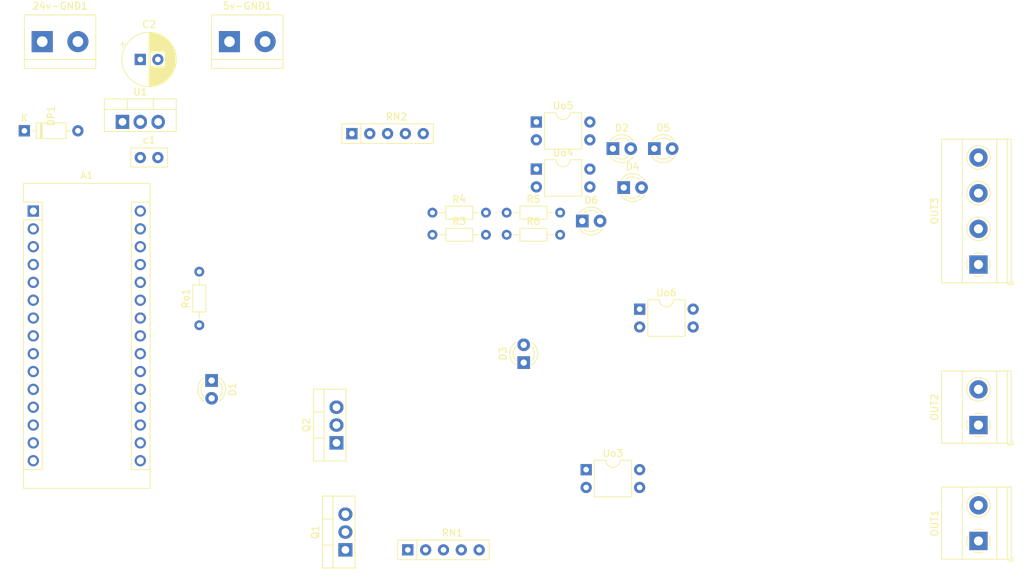
<source format=kicad_pcb>
(kicad_pcb (version 20171130) (host pcbnew 5.1.6+dfsg1-1)

  (general
    (thickness 1.6)
    (drawings 0)
    (tracks 0)
    (zones 0)
    (modules 29)
    (nets 53)
  )

  (page A4)
  (layers
    (0 F.Cu signal)
    (31 B.Cu signal)
    (32 B.Adhes user)
    (33 F.Adhes user)
    (34 B.Paste user)
    (35 F.Paste user)
    (36 B.SilkS user)
    (37 F.SilkS user)
    (38 B.Mask user)
    (39 F.Mask user)
    (40 Dwgs.User user)
    (41 Cmts.User user)
    (42 Eco1.User user)
    (43 Eco2.User user)
    (44 Edge.Cuts user)
    (45 Margin user)
    (46 B.CrtYd user)
    (47 F.CrtYd user)
    (48 B.Fab user)
    (49 F.Fab user)
  )

  (setup
    (last_trace_width 0.5)
    (trace_clearance 0.2)
    (zone_clearance 0.508)
    (zone_45_only no)
    (trace_min 0.2)
    (via_size 0.8)
    (via_drill 0.4)
    (via_min_size 0.4)
    (via_min_drill 0.3)
    (uvia_size 0.3)
    (uvia_drill 0.1)
    (uvias_allowed no)
    (uvia_min_size 0.2)
    (uvia_min_drill 0.1)
    (edge_width 0.05)
    (segment_width 0.2)
    (pcb_text_width 0.3)
    (pcb_text_size 1.5 1.5)
    (mod_edge_width 0.12)
    (mod_text_size 1 1)
    (mod_text_width 0.15)
    (pad_size 1.524 1.524)
    (pad_drill 0.762)
    (pad_to_mask_clearance 0.05)
    (aux_axis_origin 0 0)
    (visible_elements FFFFFFFF)
    (pcbplotparams
      (layerselection 0x010fc_ffffffff)
      (usegerberextensions false)
      (usegerberattributes true)
      (usegerberadvancedattributes true)
      (creategerberjobfile true)
      (excludeedgelayer true)
      (linewidth 0.100000)
      (plotframeref false)
      (viasonmask false)
      (mode 1)
      (useauxorigin false)
      (hpglpennumber 1)
      (hpglpenspeed 20)
      (hpglpendiameter 15.000000)
      (psnegative false)
      (psa4output false)
      (plotreference true)
      (plotvalue true)
      (plotinvisibletext false)
      (padsonsilk false)
      (subtractmaskfromsilk false)
      (outputformat 1)
      (mirror false)
      (drillshape 1)
      (scaleselection 1)
      (outputdirectory ""))
  )

  (net 0 "")
  (net 1 "Net-(A1-Pad16)")
  (net 2 "Net-(A1-Pad15)")
  (net 3 "Net-(A1-Pad14)")
  (net 4 "Net-(A1-Pad13)")
  (net 5 "Net-(A1-Pad28)")
  (net 6 "Net-(A1-Pad12)")
  (net 7 "Net-(A1-Pad27)")
  (net 8 "Net-(A1-Pad11)")
  (net 9 "Net-(A1-Pad26)")
  (net 10 "Net-(A1-Pad10)")
  (net 11 "Net-(A1-Pad25)")
  (net 12 "Net-(A1-Pad9)")
  (net 13 "Net-(A1-Pad24)")
  (net 14 "Net-(A1-Pad8)")
  (net 15 "Net-(A1-Pad23)")
  (net 16 "Net-(A1-Pad7)")
  (net 17 "Net-(A1-Pad22)")
  (net 18 "Net-(A1-Pad6)")
  (net 19 "Net-(A1-Pad21)")
  (net 20 "Net-(A1-Pad5)")
  (net 21 "Net-(A1-Pad20)")
  (net 22 GND)
  (net 23 "Net-(A1-Pad19)")
  (net 24 "Net-(A1-Pad3)")
  (net 25 "Net-(A1-Pad18)")
  (net 26 "Net-(A1-Pad2)")
  (net 27 "Net-(A1-Pad17)")
  (net 28 "Net-(A1-Pad1)")
  (net 29 "Net-(A1-Pad4)")
  (net 30 "Net-(24v-GND1-Pad1)")
  (net 31 +5V)
  (net 32 "Net-(D1-Pad1)")
  (net 33 +24V)
  (net 34 "Net-(OUT1-Pad1)")
  (net 35 "Net-(D2-Pad1)")
  (net 36 "Net-(D3-Pad1)")
  (net 37 "Net-(D4-Pad1)")
  (net 38 "Net-(D5-Pad1)")
  (net 39 "Net-(D6-Pad1)")
  (net 40 "Net-(OUT1-Pad2)")
  (net 41 "Net-(OUT2-Pad2)")
  (net 42 "Net-(OUT2-Pad1)")
  (net 43 "Net-(OUT3-Pad4)")
  (net 44 "Net-(OUT3-Pad3)")
  (net 45 "Net-(OUT3-Pad2)")
  (net 46 "Net-(OUT3-Pad1)")
  (net 47 "Net-(R3-Pad2)")
  (net 48 "Net-(R4-Pad2)")
  (net 49 "Net-(R5-Pad2)")
  (net 50 "Net-(R6-Pad2)")
  (net 51 "Net-(RN2-Pad4)")
  (net 52 "Net-(RN2-Pad3)")

  (net_class Default "This is the default net class."
    (clearance 0.2)
    (trace_width 0.5)
    (via_dia 0.8)
    (via_drill 0.4)
    (uvia_dia 0.3)
    (uvia_drill 0.1)
    (add_net +24V)
    (add_net +5V)
    (add_net GND)
    (add_net "Net-(24v-GND1-Pad1)")
    (add_net "Net-(A1-Pad1)")
    (add_net "Net-(A1-Pad10)")
    (add_net "Net-(A1-Pad11)")
    (add_net "Net-(A1-Pad12)")
    (add_net "Net-(A1-Pad13)")
    (add_net "Net-(A1-Pad14)")
    (add_net "Net-(A1-Pad15)")
    (add_net "Net-(A1-Pad16)")
    (add_net "Net-(A1-Pad17)")
    (add_net "Net-(A1-Pad18)")
    (add_net "Net-(A1-Pad19)")
    (add_net "Net-(A1-Pad2)")
    (add_net "Net-(A1-Pad20)")
    (add_net "Net-(A1-Pad21)")
    (add_net "Net-(A1-Pad22)")
    (add_net "Net-(A1-Pad23)")
    (add_net "Net-(A1-Pad24)")
    (add_net "Net-(A1-Pad25)")
    (add_net "Net-(A1-Pad26)")
    (add_net "Net-(A1-Pad27)")
    (add_net "Net-(A1-Pad28)")
    (add_net "Net-(A1-Pad3)")
    (add_net "Net-(A1-Pad4)")
    (add_net "Net-(A1-Pad5)")
    (add_net "Net-(A1-Pad6)")
    (add_net "Net-(A1-Pad7)")
    (add_net "Net-(A1-Pad8)")
    (add_net "Net-(A1-Pad9)")
    (add_net "Net-(D1-Pad1)")
    (add_net "Net-(D2-Pad1)")
    (add_net "Net-(D3-Pad1)")
    (add_net "Net-(D4-Pad1)")
    (add_net "Net-(D5-Pad1)")
    (add_net "Net-(D6-Pad1)")
    (add_net "Net-(OUT1-Pad1)")
    (add_net "Net-(OUT1-Pad2)")
    (add_net "Net-(OUT2-Pad1)")
    (add_net "Net-(OUT2-Pad2)")
    (add_net "Net-(OUT3-Pad1)")
    (add_net "Net-(OUT3-Pad2)")
    (add_net "Net-(OUT3-Pad3)")
    (add_net "Net-(OUT3-Pad4)")
    (add_net "Net-(R3-Pad2)")
    (add_net "Net-(R4-Pad2)")
    (add_net "Net-(R5-Pad2)")
    (add_net "Net-(R6-Pad2)")
    (add_net "Net-(RN2-Pad3)")
    (add_net "Net-(RN2-Pad4)")
  )

  (module Package_DIP:DIP-4_W7.62mm (layer F.Cu) (tedit 5A02E8C5) (tstamp 60245CA7)
    (at 100.33 -287.02)
    (descr "4-lead though-hole mounted DIP package, row spacing 7.62 mm (300 mils)")
    (tags "THT DIP DIL PDIP 2.54mm 7.62mm 300mil")
    (path /602C1EA9)
    (fp_text reference Uo6 (at 3.81 -2.33) (layer F.SilkS)
      (effects (font (size 1 1) (thickness 0.15)))
    )
    (fp_text value PS2501 (at 3.81 4.87) (layer F.Fab)
      (effects (font (size 1 1) (thickness 0.15)))
    )
    (fp_text user %R (at 3.81 1.27) (layer F.Fab)
      (effects (font (size 1 1) (thickness 0.15)))
    )
    (fp_arc (start 3.81 -1.33) (end 2.81 -1.33) (angle -180) (layer F.SilkS) (width 0.12))
    (fp_line (start 1.635 -1.27) (end 6.985 -1.27) (layer F.Fab) (width 0.1))
    (fp_line (start 6.985 -1.27) (end 6.985 3.81) (layer F.Fab) (width 0.1))
    (fp_line (start 6.985 3.81) (end 0.635 3.81) (layer F.Fab) (width 0.1))
    (fp_line (start 0.635 3.81) (end 0.635 -0.27) (layer F.Fab) (width 0.1))
    (fp_line (start 0.635 -0.27) (end 1.635 -1.27) (layer F.Fab) (width 0.1))
    (fp_line (start 2.81 -1.33) (end 1.16 -1.33) (layer F.SilkS) (width 0.12))
    (fp_line (start 1.16 -1.33) (end 1.16 3.87) (layer F.SilkS) (width 0.12))
    (fp_line (start 1.16 3.87) (end 6.46 3.87) (layer F.SilkS) (width 0.12))
    (fp_line (start 6.46 3.87) (end 6.46 -1.33) (layer F.SilkS) (width 0.12))
    (fp_line (start 6.46 -1.33) (end 4.81 -1.33) (layer F.SilkS) (width 0.12))
    (fp_line (start -1.1 -1.55) (end -1.1 4.1) (layer F.CrtYd) (width 0.05))
    (fp_line (start -1.1 4.1) (end 8.7 4.1) (layer F.CrtYd) (width 0.05))
    (fp_line (start 8.7 4.1) (end 8.7 -1.55) (layer F.CrtYd) (width 0.05))
    (fp_line (start 8.7 -1.55) (end -1.1 -1.55) (layer F.CrtYd) (width 0.05))
    (pad 4 thru_hole oval (at 7.62 0) (size 1.6 1.6) (drill 0.8) (layers *.Cu *.Mask)
      (net 33 +24V))
    (pad 2 thru_hole oval (at 0 2.54) (size 1.6 1.6) (drill 0.8) (layers *.Cu *.Mask)
      (net 39 "Net-(D6-Pad1)"))
    (pad 3 thru_hole oval (at 7.62 2.54) (size 1.6 1.6) (drill 0.8) (layers *.Cu *.Mask)
      (net 50 "Net-(R6-Pad2)"))
    (pad 1 thru_hole rect (at 0 0) (size 1.6 1.6) (drill 0.8) (layers *.Cu *.Mask)
      (net 20 "Net-(A1-Pad5)"))
    (model ${KISYS3DMOD}/Package_DIP.3dshapes/DIP-4_W7.62mm.wrl
      (at (xyz 0 0 0))
      (scale (xyz 1 1 1))
      (rotate (xyz 0 0 0))
    )
  )

  (module Package_DIP:DIP-4_W7.62mm (layer F.Cu) (tedit 5A02E8C5) (tstamp 60245C8F)
    (at 85.62 -313.67)
    (descr "4-lead though-hole mounted DIP package, row spacing 7.62 mm (300 mils)")
    (tags "THT DIP DIL PDIP 2.54mm 7.62mm 300mil")
    (path /602C1EAF)
    (fp_text reference Uo5 (at 3.81 -2.33) (layer F.SilkS)
      (effects (font (size 1 1) (thickness 0.15)))
    )
    (fp_text value PS2501 (at 3.81 4.87) (layer F.Fab)
      (effects (font (size 1 1) (thickness 0.15)))
    )
    (fp_text user %R (at 3.81 1.27) (layer F.Fab)
      (effects (font (size 1 1) (thickness 0.15)))
    )
    (fp_arc (start 3.81 -1.33) (end 2.81 -1.33) (angle -180) (layer F.SilkS) (width 0.12))
    (fp_line (start 1.635 -1.27) (end 6.985 -1.27) (layer F.Fab) (width 0.1))
    (fp_line (start 6.985 -1.27) (end 6.985 3.81) (layer F.Fab) (width 0.1))
    (fp_line (start 6.985 3.81) (end 0.635 3.81) (layer F.Fab) (width 0.1))
    (fp_line (start 0.635 3.81) (end 0.635 -0.27) (layer F.Fab) (width 0.1))
    (fp_line (start 0.635 -0.27) (end 1.635 -1.27) (layer F.Fab) (width 0.1))
    (fp_line (start 2.81 -1.33) (end 1.16 -1.33) (layer F.SilkS) (width 0.12))
    (fp_line (start 1.16 -1.33) (end 1.16 3.87) (layer F.SilkS) (width 0.12))
    (fp_line (start 1.16 3.87) (end 6.46 3.87) (layer F.SilkS) (width 0.12))
    (fp_line (start 6.46 3.87) (end 6.46 -1.33) (layer F.SilkS) (width 0.12))
    (fp_line (start 6.46 -1.33) (end 4.81 -1.33) (layer F.SilkS) (width 0.12))
    (fp_line (start -1.1 -1.55) (end -1.1 4.1) (layer F.CrtYd) (width 0.05))
    (fp_line (start -1.1 4.1) (end 8.7 4.1) (layer F.CrtYd) (width 0.05))
    (fp_line (start 8.7 4.1) (end 8.7 -1.55) (layer F.CrtYd) (width 0.05))
    (fp_line (start 8.7 -1.55) (end -1.1 -1.55) (layer F.CrtYd) (width 0.05))
    (pad 4 thru_hole oval (at 7.62 0) (size 1.6 1.6) (drill 0.8) (layers *.Cu *.Mask)
      (net 33 +24V))
    (pad 2 thru_hole oval (at 0 2.54) (size 1.6 1.6) (drill 0.8) (layers *.Cu *.Mask)
      (net 38 "Net-(D5-Pad1)"))
    (pad 3 thru_hole oval (at 7.62 2.54) (size 1.6 1.6) (drill 0.8) (layers *.Cu *.Mask)
      (net 49 "Net-(R5-Pad2)"))
    (pad 1 thru_hole rect (at 0 0) (size 1.6 1.6) (drill 0.8) (layers *.Cu *.Mask)
      (net 18 "Net-(A1-Pad6)"))
    (model ${KISYS3DMOD}/Package_DIP.3dshapes/DIP-4_W7.62mm.wrl
      (at (xyz 0 0 0))
      (scale (xyz 1 1 1))
      (rotate (xyz 0 0 0))
    )
  )

  (module Package_DIP:DIP-4_W7.62mm (layer F.Cu) (tedit 5A02E8C5) (tstamp 60245C77)
    (at 85.62 -306.97)
    (descr "4-lead though-hole mounted DIP package, row spacing 7.62 mm (300 mils)")
    (tags "THT DIP DIL PDIP 2.54mm 7.62mm 300mil")
    (path /6040AE89)
    (fp_text reference Uo4 (at 3.81 -2.33) (layer F.SilkS)
      (effects (font (size 1 1) (thickness 0.15)))
    )
    (fp_text value PS2501 (at 3.81 4.87) (layer F.Fab)
      (effects (font (size 1 1) (thickness 0.15)))
    )
    (fp_text user %R (at 3.81 1.27) (layer F.Fab)
      (effects (font (size 1 1) (thickness 0.15)))
    )
    (fp_arc (start 3.81 -1.33) (end 2.81 -1.33) (angle -180) (layer F.SilkS) (width 0.12))
    (fp_line (start 1.635 -1.27) (end 6.985 -1.27) (layer F.Fab) (width 0.1))
    (fp_line (start 6.985 -1.27) (end 6.985 3.81) (layer F.Fab) (width 0.1))
    (fp_line (start 6.985 3.81) (end 0.635 3.81) (layer F.Fab) (width 0.1))
    (fp_line (start 0.635 3.81) (end 0.635 -0.27) (layer F.Fab) (width 0.1))
    (fp_line (start 0.635 -0.27) (end 1.635 -1.27) (layer F.Fab) (width 0.1))
    (fp_line (start 2.81 -1.33) (end 1.16 -1.33) (layer F.SilkS) (width 0.12))
    (fp_line (start 1.16 -1.33) (end 1.16 3.87) (layer F.SilkS) (width 0.12))
    (fp_line (start 1.16 3.87) (end 6.46 3.87) (layer F.SilkS) (width 0.12))
    (fp_line (start 6.46 3.87) (end 6.46 -1.33) (layer F.SilkS) (width 0.12))
    (fp_line (start 6.46 -1.33) (end 4.81 -1.33) (layer F.SilkS) (width 0.12))
    (fp_line (start -1.1 -1.55) (end -1.1 4.1) (layer F.CrtYd) (width 0.05))
    (fp_line (start -1.1 4.1) (end 8.7 4.1) (layer F.CrtYd) (width 0.05))
    (fp_line (start 8.7 4.1) (end 8.7 -1.55) (layer F.CrtYd) (width 0.05))
    (fp_line (start 8.7 -1.55) (end -1.1 -1.55) (layer F.CrtYd) (width 0.05))
    (pad 4 thru_hole oval (at 7.62 0) (size 1.6 1.6) (drill 0.8) (layers *.Cu *.Mask)
      (net 33 +24V))
    (pad 2 thru_hole oval (at 0 2.54) (size 1.6 1.6) (drill 0.8) (layers *.Cu *.Mask)
      (net 37 "Net-(D4-Pad1)"))
    (pad 3 thru_hole oval (at 7.62 2.54) (size 1.6 1.6) (drill 0.8) (layers *.Cu *.Mask)
      (net 48 "Net-(R4-Pad2)"))
    (pad 1 thru_hole rect (at 0 0) (size 1.6 1.6) (drill 0.8) (layers *.Cu *.Mask)
      (net 16 "Net-(A1-Pad7)"))
    (model ${KISYS3DMOD}/Package_DIP.3dshapes/DIP-4_W7.62mm.wrl
      (at (xyz 0 0 0))
      (scale (xyz 1 1 1))
      (rotate (xyz 0 0 0))
    )
  )

  (module Package_DIP:DIP-4_W7.62mm (layer F.Cu) (tedit 5A02E8C5) (tstamp 60245C5F)
    (at 92.71 -264.16)
    (descr "4-lead though-hole mounted DIP package, row spacing 7.62 mm (300 mils)")
    (tags "THT DIP DIL PDIP 2.54mm 7.62mm 300mil")
    (path /6027A2D2)
    (fp_text reference Uo3 (at 3.81 -2.33) (layer F.SilkS)
      (effects (font (size 1 1) (thickness 0.15)))
    )
    (fp_text value PS2501 (at 3.81 4.87) (layer F.Fab)
      (effects (font (size 1 1) (thickness 0.15)))
    )
    (fp_text user %R (at 7.62 5.08) (layer F.Fab)
      (effects (font (size 1 1) (thickness 0.15)))
    )
    (fp_arc (start 3.81 -1.33) (end 2.81 -1.33) (angle -180) (layer F.SilkS) (width 0.12))
    (fp_line (start 1.635 -1.27) (end 6.985 -1.27) (layer F.Fab) (width 0.1))
    (fp_line (start 6.985 -1.27) (end 6.985 3.81) (layer F.Fab) (width 0.1))
    (fp_line (start 6.985 3.81) (end 0.635 3.81) (layer F.Fab) (width 0.1))
    (fp_line (start 0.635 3.81) (end 0.635 -0.27) (layer F.Fab) (width 0.1))
    (fp_line (start 0.635 -0.27) (end 1.635 -1.27) (layer F.Fab) (width 0.1))
    (fp_line (start 2.81 -1.33) (end 1.16 -1.33) (layer F.SilkS) (width 0.12))
    (fp_line (start 1.16 -1.33) (end 1.16 3.87) (layer F.SilkS) (width 0.12))
    (fp_line (start 1.16 3.87) (end 6.46 3.87) (layer F.SilkS) (width 0.12))
    (fp_line (start 6.46 3.87) (end 6.46 -1.33) (layer F.SilkS) (width 0.12))
    (fp_line (start 6.46 -1.33) (end 4.81 -1.33) (layer F.SilkS) (width 0.12))
    (fp_line (start -1.1 -1.55) (end -1.1 4.1) (layer F.CrtYd) (width 0.05))
    (fp_line (start -1.1 4.1) (end 8.7 4.1) (layer F.CrtYd) (width 0.05))
    (fp_line (start 8.7 4.1) (end 8.7 -1.55) (layer F.CrtYd) (width 0.05))
    (fp_line (start 8.7 -1.55) (end -1.1 -1.55) (layer F.CrtYd) (width 0.05))
    (pad 4 thru_hole oval (at 7.62 0) (size 1.6 1.6) (drill 0.8) (layers *.Cu *.Mask)
      (net 33 +24V))
    (pad 2 thru_hole oval (at 0 2.54) (size 1.6 1.6) (drill 0.8) (layers *.Cu *.Mask)
      (net 36 "Net-(D3-Pad1)"))
    (pad 3 thru_hole oval (at 7.62 2.54) (size 1.6 1.6) (drill 0.8) (layers *.Cu *.Mask)
      (net 47 "Net-(R3-Pad2)"))
    (pad 1 thru_hole rect (at 0 0) (size 1.6 1.6) (drill 0.8) (layers *.Cu *.Mask)
      (net 10 "Net-(A1-Pad10)"))
    (model ${KISYS3DMOD}/Package_DIP.3dshapes/DIP-4_W7.62mm.wrl
      (at (xyz 0 0 0))
      (scale (xyz 1 1 1))
      (rotate (xyz 0 0 0))
    )
  )

  (module Resistor_THT:R_Array_SIP5 (layer F.Cu) (tedit 5A14249F) (tstamp 60245C15)
    (at 59.35 -312.02)
    (descr "5-pin Resistor SIP pack")
    (tags R)
    (path /6044A245)
    (fp_text reference RN2 (at 6.35 -2.4) (layer F.SilkS)
      (effects (font (size 1 1) (thickness 0.15)))
    )
    (fp_text value R_220 (at 6.35 2.4) (layer F.Fab)
      (effects (font (size 1 1) (thickness 0.15)))
    )
    (fp_text user %R (at 5.08 0) (layer F.Fab)
      (effects (font (size 1 1) (thickness 0.15)))
    )
    (fp_line (start -1.29 -1.25) (end -1.29 1.25) (layer F.Fab) (width 0.1))
    (fp_line (start -1.29 1.25) (end 11.45 1.25) (layer F.Fab) (width 0.1))
    (fp_line (start 11.45 1.25) (end 11.45 -1.25) (layer F.Fab) (width 0.1))
    (fp_line (start 11.45 -1.25) (end -1.29 -1.25) (layer F.Fab) (width 0.1))
    (fp_line (start 1.27 -1.25) (end 1.27 1.25) (layer F.Fab) (width 0.1))
    (fp_line (start -1.44 -1.4) (end -1.44 1.4) (layer F.SilkS) (width 0.12))
    (fp_line (start -1.44 1.4) (end 11.6 1.4) (layer F.SilkS) (width 0.12))
    (fp_line (start 11.6 1.4) (end 11.6 -1.4) (layer F.SilkS) (width 0.12))
    (fp_line (start 11.6 -1.4) (end -1.44 -1.4) (layer F.SilkS) (width 0.12))
    (fp_line (start 1.27 -1.4) (end 1.27 1.4) (layer F.SilkS) (width 0.12))
    (fp_line (start -1.7 -1.65) (end -1.7 1.65) (layer F.CrtYd) (width 0.05))
    (fp_line (start -1.7 1.65) (end 11.9 1.65) (layer F.CrtYd) (width 0.05))
    (fp_line (start 11.9 1.65) (end 11.9 -1.65) (layer F.CrtYd) (width 0.05))
    (fp_line (start 11.9 -1.65) (end -1.7 -1.65) (layer F.CrtYd) (width 0.05))
    (pad 5 thru_hole oval (at 10.16 0) (size 1.6 1.6) (drill 0.8) (layers *.Cu *.Mask)
      (net 35 "Net-(D2-Pad1)"))
    (pad 4 thru_hole oval (at 7.62 0) (size 1.6 1.6) (drill 0.8) (layers *.Cu *.Mask)
      (net 51 "Net-(RN2-Pad4)"))
    (pad 3 thru_hole oval (at 5.08 0) (size 1.6 1.6) (drill 0.8) (layers *.Cu *.Mask)
      (net 52 "Net-(RN2-Pad3)"))
    (pad 2 thru_hole oval (at 2.54 0) (size 1.6 1.6) (drill 0.8) (layers *.Cu *.Mask)
      (net 22 GND))
    (pad 1 thru_hole rect (at 0 0) (size 1.6 1.6) (drill 0.8) (layers *.Cu *.Mask)
      (net 22 GND))
    (model ${KISYS3DMOD}/Resistor_THT.3dshapes/R_Array_SIP5.wrl
      (at (xyz 0 0 0))
      (scale (xyz 1 1 1))
      (rotate (xyz 0 0 0))
    )
  )

  (module Resistor_THT:R_Array_SIP5 (layer F.Cu) (tedit 5A14249F) (tstamp 60245BFD)
    (at 67.31 -252.73)
    (descr "5-pin Resistor SIP pack")
    (tags R)
    (path /603B8874)
    (fp_text reference RN1 (at 6.35 -2.4) (layer F.SilkS)
      (effects (font (size 1 1) (thickness 0.15)))
    )
    (fp_text value R_220 (at 6.35 2.4) (layer F.Fab)
      (effects (font (size 1 1) (thickness 0.15)))
    )
    (fp_text user %R (at 5.08 0) (layer F.Fab)
      (effects (font (size 1 1) (thickness 0.15)))
    )
    (fp_line (start -1.29 -1.25) (end -1.29 1.25) (layer F.Fab) (width 0.1))
    (fp_line (start -1.29 1.25) (end 11.45 1.25) (layer F.Fab) (width 0.1))
    (fp_line (start 11.45 1.25) (end 11.45 -1.25) (layer F.Fab) (width 0.1))
    (fp_line (start 11.45 -1.25) (end -1.29 -1.25) (layer F.Fab) (width 0.1))
    (fp_line (start 1.27 -1.25) (end 1.27 1.25) (layer F.Fab) (width 0.1))
    (fp_line (start -1.44 -1.4) (end -1.44 1.4) (layer F.SilkS) (width 0.12))
    (fp_line (start -1.44 1.4) (end 11.6 1.4) (layer F.SilkS) (width 0.12))
    (fp_line (start 11.6 1.4) (end 11.6 -1.4) (layer F.SilkS) (width 0.12))
    (fp_line (start 11.6 -1.4) (end -1.44 -1.4) (layer F.SilkS) (width 0.12))
    (fp_line (start 1.27 -1.4) (end 1.27 1.4) (layer F.SilkS) (width 0.12))
    (fp_line (start -1.7 -1.65) (end -1.7 1.65) (layer F.CrtYd) (width 0.05))
    (fp_line (start -1.7 1.65) (end 11.9 1.65) (layer F.CrtYd) (width 0.05))
    (fp_line (start 11.9 1.65) (end 11.9 -1.65) (layer F.CrtYd) (width 0.05))
    (fp_line (start 11.9 -1.65) (end -1.7 -1.65) (layer F.CrtYd) (width 0.05))
    (pad 5 thru_hole oval (at 10.16 0) (size 1.6 1.6) (drill 0.8) (layers *.Cu *.Mask)
      (net 39 "Net-(D6-Pad1)"))
    (pad 4 thru_hole oval (at 7.62 0) (size 1.6 1.6) (drill 0.8) (layers *.Cu *.Mask)
      (net 38 "Net-(D5-Pad1)"))
    (pad 3 thru_hole oval (at 5.08 0) (size 1.6 1.6) (drill 0.8) (layers *.Cu *.Mask)
      (net 37 "Net-(D4-Pad1)"))
    (pad 2 thru_hole oval (at 2.54 0) (size 1.6 1.6) (drill 0.8) (layers *.Cu *.Mask)
      (net 36 "Net-(D3-Pad1)"))
    (pad 1 thru_hole rect (at 0 0) (size 1.6 1.6) (drill 0.8) (layers *.Cu *.Mask)
      (net 22 GND))
    (model ${KISYS3DMOD}/Resistor_THT.3dshapes/R_Array_SIP5.wrl
      (at (xyz 0 0 0))
      (scale (xyz 1 1 1))
      (rotate (xyz 0 0 0))
    )
  )

  (module Resistor_THT:R_Axial_DIN0204_L3.6mm_D1.6mm_P7.62mm_Horizontal (layer F.Cu) (tedit 5AE5139B) (tstamp 60245BE5)
    (at 81.39 -297.61)
    (descr "Resistor, Axial_DIN0204 series, Axial, Horizontal, pin pitch=7.62mm, 0.167W, length*diameter=3.6*1.6mm^2, http://cdn-reichelt.de/documents/datenblatt/B400/1_4W%23YAG.pdf")
    (tags "Resistor Axial_DIN0204 series Axial Horizontal pin pitch 7.62mm 0.167W length 3.6mm diameter 1.6mm")
    (path /60498ADA)
    (fp_text reference R6 (at 3.81 -1.92) (layer F.SilkS)
      (effects (font (size 1 1) (thickness 0.15)))
    )
    (fp_text value R1k (at 3.81 1.92) (layer F.Fab)
      (effects (font (size 1 1) (thickness 0.15)))
    )
    (fp_text user %R (at 3.81 0) (layer F.Fab)
      (effects (font (size 0.72 0.72) (thickness 0.108)))
    )
    (fp_line (start 2.01 -0.8) (end 2.01 0.8) (layer F.Fab) (width 0.1))
    (fp_line (start 2.01 0.8) (end 5.61 0.8) (layer F.Fab) (width 0.1))
    (fp_line (start 5.61 0.8) (end 5.61 -0.8) (layer F.Fab) (width 0.1))
    (fp_line (start 5.61 -0.8) (end 2.01 -0.8) (layer F.Fab) (width 0.1))
    (fp_line (start 0 0) (end 2.01 0) (layer F.Fab) (width 0.1))
    (fp_line (start 7.62 0) (end 5.61 0) (layer F.Fab) (width 0.1))
    (fp_line (start 1.89 -0.92) (end 1.89 0.92) (layer F.SilkS) (width 0.12))
    (fp_line (start 1.89 0.92) (end 5.73 0.92) (layer F.SilkS) (width 0.12))
    (fp_line (start 5.73 0.92) (end 5.73 -0.92) (layer F.SilkS) (width 0.12))
    (fp_line (start 5.73 -0.92) (end 1.89 -0.92) (layer F.SilkS) (width 0.12))
    (fp_line (start 0.94 0) (end 1.89 0) (layer F.SilkS) (width 0.12))
    (fp_line (start 6.68 0) (end 5.73 0) (layer F.SilkS) (width 0.12))
    (fp_line (start -0.95 -1.05) (end -0.95 1.05) (layer F.CrtYd) (width 0.05))
    (fp_line (start -0.95 1.05) (end 8.57 1.05) (layer F.CrtYd) (width 0.05))
    (fp_line (start 8.57 1.05) (end 8.57 -1.05) (layer F.CrtYd) (width 0.05))
    (fp_line (start 8.57 -1.05) (end -0.95 -1.05) (layer F.CrtYd) (width 0.05))
    (pad 2 thru_hole oval (at 7.62 0) (size 1.4 1.4) (drill 0.7) (layers *.Cu *.Mask)
      (net 50 "Net-(R6-Pad2)"))
    (pad 1 thru_hole circle (at 0 0) (size 1.4 1.4) (drill 0.7) (layers *.Cu *.Mask)
      (net 46 "Net-(OUT3-Pad1)"))
    (model ${KISYS3DMOD}/Resistor_THT.3dshapes/R_Axial_DIN0204_L3.6mm_D1.6mm_P7.62mm_Horizontal.wrl
      (at (xyz 0 0 0))
      (scale (xyz 1 1 1))
      (rotate (xyz 0 0 0))
    )
  )

  (module Resistor_THT:R_Axial_DIN0204_L3.6mm_D1.6mm_P7.62mm_Horizontal (layer F.Cu) (tedit 5AE5139B) (tstamp 60245BCE)
    (at 81.39 -300.76)
    (descr "Resistor, Axial_DIN0204 series, Axial, Horizontal, pin pitch=7.62mm, 0.167W, length*diameter=3.6*1.6mm^2, http://cdn-reichelt.de/documents/datenblatt/B400/1_4W%23YAG.pdf")
    (tags "Resistor Axial_DIN0204 series Axial Horizontal pin pitch 7.62mm 0.167W length 3.6mm diameter 1.6mm")
    (path /6049906A)
    (fp_text reference R5 (at 3.81 -1.92) (layer F.SilkS)
      (effects (font (size 1 1) (thickness 0.15)))
    )
    (fp_text value R1k (at 3.81 1.92) (layer F.Fab)
      (effects (font (size 1 1) (thickness 0.15)))
    )
    (fp_text user %R (at 3.81 0) (layer F.Fab)
      (effects (font (size 0.72 0.72) (thickness 0.108)))
    )
    (fp_line (start 2.01 -0.8) (end 2.01 0.8) (layer F.Fab) (width 0.1))
    (fp_line (start 2.01 0.8) (end 5.61 0.8) (layer F.Fab) (width 0.1))
    (fp_line (start 5.61 0.8) (end 5.61 -0.8) (layer F.Fab) (width 0.1))
    (fp_line (start 5.61 -0.8) (end 2.01 -0.8) (layer F.Fab) (width 0.1))
    (fp_line (start 0 0) (end 2.01 0) (layer F.Fab) (width 0.1))
    (fp_line (start 7.62 0) (end 5.61 0) (layer F.Fab) (width 0.1))
    (fp_line (start 1.89 -0.92) (end 1.89 0.92) (layer F.SilkS) (width 0.12))
    (fp_line (start 1.89 0.92) (end 5.73 0.92) (layer F.SilkS) (width 0.12))
    (fp_line (start 5.73 0.92) (end 5.73 -0.92) (layer F.SilkS) (width 0.12))
    (fp_line (start 5.73 -0.92) (end 1.89 -0.92) (layer F.SilkS) (width 0.12))
    (fp_line (start 0.94 0) (end 1.89 0) (layer F.SilkS) (width 0.12))
    (fp_line (start 6.68 0) (end 5.73 0) (layer F.SilkS) (width 0.12))
    (fp_line (start -0.95 -1.05) (end -0.95 1.05) (layer F.CrtYd) (width 0.05))
    (fp_line (start -0.95 1.05) (end 8.57 1.05) (layer F.CrtYd) (width 0.05))
    (fp_line (start 8.57 1.05) (end 8.57 -1.05) (layer F.CrtYd) (width 0.05))
    (fp_line (start 8.57 -1.05) (end -0.95 -1.05) (layer F.CrtYd) (width 0.05))
    (pad 2 thru_hole oval (at 7.62 0) (size 1.4 1.4) (drill 0.7) (layers *.Cu *.Mask)
      (net 49 "Net-(R5-Pad2)"))
    (pad 1 thru_hole circle (at 0 0) (size 1.4 1.4) (drill 0.7) (layers *.Cu *.Mask)
      (net 45 "Net-(OUT3-Pad2)"))
    (model ${KISYS3DMOD}/Resistor_THT.3dshapes/R_Axial_DIN0204_L3.6mm_D1.6mm_P7.62mm_Horizontal.wrl
      (at (xyz 0 0 0))
      (scale (xyz 1 1 1))
      (rotate (xyz 0 0 0))
    )
  )

  (module Resistor_THT:R_Axial_DIN0204_L3.6mm_D1.6mm_P7.62mm_Horizontal (layer F.Cu) (tedit 5AE5139B) (tstamp 60245BB7)
    (at 70.82 -300.76)
    (descr "Resistor, Axial_DIN0204 series, Axial, Horizontal, pin pitch=7.62mm, 0.167W, length*diameter=3.6*1.6mm^2, http://cdn-reichelt.de/documents/datenblatt/B400/1_4W%23YAG.pdf")
    (tags "Resistor Axial_DIN0204 series Axial Horizontal pin pitch 7.62mm 0.167W length 3.6mm diameter 1.6mm")
    (path /604994B0)
    (fp_text reference R4 (at 3.81 -1.92) (layer F.SilkS)
      (effects (font (size 1 1) (thickness 0.15)))
    )
    (fp_text value R1k (at 3.81 1.92) (layer F.Fab)
      (effects (font (size 1 1) (thickness 0.15)))
    )
    (fp_text user %R (at 3.81 0) (layer F.Fab)
      (effects (font (size 0.72 0.72) (thickness 0.108)))
    )
    (fp_line (start 2.01 -0.8) (end 2.01 0.8) (layer F.Fab) (width 0.1))
    (fp_line (start 2.01 0.8) (end 5.61 0.8) (layer F.Fab) (width 0.1))
    (fp_line (start 5.61 0.8) (end 5.61 -0.8) (layer F.Fab) (width 0.1))
    (fp_line (start 5.61 -0.8) (end 2.01 -0.8) (layer F.Fab) (width 0.1))
    (fp_line (start 0 0) (end 2.01 0) (layer F.Fab) (width 0.1))
    (fp_line (start 7.62 0) (end 5.61 0) (layer F.Fab) (width 0.1))
    (fp_line (start 1.89 -0.92) (end 1.89 0.92) (layer F.SilkS) (width 0.12))
    (fp_line (start 1.89 0.92) (end 5.73 0.92) (layer F.SilkS) (width 0.12))
    (fp_line (start 5.73 0.92) (end 5.73 -0.92) (layer F.SilkS) (width 0.12))
    (fp_line (start 5.73 -0.92) (end 1.89 -0.92) (layer F.SilkS) (width 0.12))
    (fp_line (start 0.94 0) (end 1.89 0) (layer F.SilkS) (width 0.12))
    (fp_line (start 6.68 0) (end 5.73 0) (layer F.SilkS) (width 0.12))
    (fp_line (start -0.95 -1.05) (end -0.95 1.05) (layer F.CrtYd) (width 0.05))
    (fp_line (start -0.95 1.05) (end 8.57 1.05) (layer F.CrtYd) (width 0.05))
    (fp_line (start 8.57 1.05) (end 8.57 -1.05) (layer F.CrtYd) (width 0.05))
    (fp_line (start 8.57 -1.05) (end -0.95 -1.05) (layer F.CrtYd) (width 0.05))
    (pad 2 thru_hole oval (at 7.62 0) (size 1.4 1.4) (drill 0.7) (layers *.Cu *.Mask)
      (net 48 "Net-(R4-Pad2)"))
    (pad 1 thru_hole circle (at 0 0) (size 1.4 1.4) (drill 0.7) (layers *.Cu *.Mask)
      (net 44 "Net-(OUT3-Pad3)"))
    (model ${KISYS3DMOD}/Resistor_THT.3dshapes/R_Axial_DIN0204_L3.6mm_D1.6mm_P7.62mm_Horizontal.wrl
      (at (xyz 0 0 0))
      (scale (xyz 1 1 1))
      (rotate (xyz 0 0 0))
    )
  )

  (module Resistor_THT:R_Axial_DIN0204_L3.6mm_D1.6mm_P7.62mm_Horizontal (layer F.Cu) (tedit 5AE5139B) (tstamp 60245BA0)
    (at 70.82 -297.61)
    (descr "Resistor, Axial_DIN0204 series, Axial, Horizontal, pin pitch=7.62mm, 0.167W, length*diameter=3.6*1.6mm^2, http://cdn-reichelt.de/documents/datenblatt/B400/1_4W%23YAG.pdf")
    (tags "Resistor Axial_DIN0204 series Axial Horizontal pin pitch 7.62mm 0.167W length 3.6mm diameter 1.6mm")
    (path /604999D3)
    (fp_text reference R3 (at 3.81 -1.92) (layer F.SilkS)
      (effects (font (size 1 1) (thickness 0.15)))
    )
    (fp_text value R1k (at 3.81 1.92) (layer F.Fab)
      (effects (font (size 1 1) (thickness 0.15)))
    )
    (fp_text user %R (at 3.81 0) (layer F.Fab)
      (effects (font (size 0.72 0.72) (thickness 0.108)))
    )
    (fp_line (start 2.01 -0.8) (end 2.01 0.8) (layer F.Fab) (width 0.1))
    (fp_line (start 2.01 0.8) (end 5.61 0.8) (layer F.Fab) (width 0.1))
    (fp_line (start 5.61 0.8) (end 5.61 -0.8) (layer F.Fab) (width 0.1))
    (fp_line (start 5.61 -0.8) (end 2.01 -0.8) (layer F.Fab) (width 0.1))
    (fp_line (start 0 0) (end 2.01 0) (layer F.Fab) (width 0.1))
    (fp_line (start 7.62 0) (end 5.61 0) (layer F.Fab) (width 0.1))
    (fp_line (start 1.89 -0.92) (end 1.89 0.92) (layer F.SilkS) (width 0.12))
    (fp_line (start 1.89 0.92) (end 5.73 0.92) (layer F.SilkS) (width 0.12))
    (fp_line (start 5.73 0.92) (end 5.73 -0.92) (layer F.SilkS) (width 0.12))
    (fp_line (start 5.73 -0.92) (end 1.89 -0.92) (layer F.SilkS) (width 0.12))
    (fp_line (start 0.94 0) (end 1.89 0) (layer F.SilkS) (width 0.12))
    (fp_line (start 6.68 0) (end 5.73 0) (layer F.SilkS) (width 0.12))
    (fp_line (start -0.95 -1.05) (end -0.95 1.05) (layer F.CrtYd) (width 0.05))
    (fp_line (start -0.95 1.05) (end 8.57 1.05) (layer F.CrtYd) (width 0.05))
    (fp_line (start 8.57 1.05) (end 8.57 -1.05) (layer F.CrtYd) (width 0.05))
    (fp_line (start 8.57 -1.05) (end -0.95 -1.05) (layer F.CrtYd) (width 0.05))
    (pad 2 thru_hole oval (at 7.62 0) (size 1.4 1.4) (drill 0.7) (layers *.Cu *.Mask)
      (net 47 "Net-(R3-Pad2)"))
    (pad 1 thru_hole circle (at 0 0) (size 1.4 1.4) (drill 0.7) (layers *.Cu *.Mask)
      (net 43 "Net-(OUT3-Pad4)"))
    (model ${KISYS3DMOD}/Resistor_THT.3dshapes/R_Axial_DIN0204_L3.6mm_D1.6mm_P7.62mm_Horizontal.wrl
      (at (xyz 0 0 0))
      (scale (xyz 1 1 1))
      (rotate (xyz 0 0 0))
    )
  )

  (module Package_TO_SOT_THT:TO-220-3_Vertical (layer F.Cu) (tedit 5AC8BA0D) (tstamp 60245B89)
    (at 57.15 -267.97 90)
    (descr "TO-220-3, Vertical, RM 2.54mm, see https://www.vishay.com/docs/66542/to-220-1.pdf")
    (tags "TO-220-3 Vertical RM 2.54mm")
    (path /60244AEA)
    (fp_text reference Q2 (at 2.54 -4.27 90) (layer F.SilkS)
      (effects (font (size 1 1) (thickness 0.15)))
    )
    (fp_text value IRF540N (at 2.54 2.5 90) (layer F.Fab)
      (effects (font (size 1 1) (thickness 0.15)))
    )
    (fp_text user %R (at 2.54 -4.27 90) (layer F.Fab)
      (effects (font (size 1 1) (thickness 0.15)))
    )
    (fp_line (start -2.46 -3.15) (end -2.46 1.25) (layer F.Fab) (width 0.1))
    (fp_line (start -2.46 1.25) (end 7.54 1.25) (layer F.Fab) (width 0.1))
    (fp_line (start 7.54 1.25) (end 7.54 -3.15) (layer F.Fab) (width 0.1))
    (fp_line (start 7.54 -3.15) (end -2.46 -3.15) (layer F.Fab) (width 0.1))
    (fp_line (start -2.46 -1.88) (end 7.54 -1.88) (layer F.Fab) (width 0.1))
    (fp_line (start 0.69 -3.15) (end 0.69 -1.88) (layer F.Fab) (width 0.1))
    (fp_line (start 4.39 -3.15) (end 4.39 -1.88) (layer F.Fab) (width 0.1))
    (fp_line (start -2.58 -3.27) (end 7.66 -3.27) (layer F.SilkS) (width 0.12))
    (fp_line (start -2.58 1.371) (end 7.66 1.371) (layer F.SilkS) (width 0.12))
    (fp_line (start -2.58 -3.27) (end -2.58 1.371) (layer F.SilkS) (width 0.12))
    (fp_line (start 7.66 -3.27) (end 7.66 1.371) (layer F.SilkS) (width 0.12))
    (fp_line (start -2.58 -1.76) (end 7.66 -1.76) (layer F.SilkS) (width 0.12))
    (fp_line (start 0.69 -3.27) (end 0.69 -1.76) (layer F.SilkS) (width 0.12))
    (fp_line (start 4.391 -3.27) (end 4.391 -1.76) (layer F.SilkS) (width 0.12))
    (fp_line (start -2.71 -3.4) (end -2.71 1.51) (layer F.CrtYd) (width 0.05))
    (fp_line (start -2.71 1.51) (end 7.79 1.51) (layer F.CrtYd) (width 0.05))
    (fp_line (start 7.79 1.51) (end 7.79 -3.4) (layer F.CrtYd) (width 0.05))
    (fp_line (start 7.79 -3.4) (end -2.71 -3.4) (layer F.CrtYd) (width 0.05))
    (pad 3 thru_hole oval (at 5.08 0 90) (size 1.905 2) (drill 1.1) (layers *.Cu *.Mask)
      (net 41 "Net-(OUT2-Pad2)"))
    (pad 2 thru_hole oval (at 2.54 0 90) (size 1.905 2) (drill 1.1) (layers *.Cu *.Mask)
      (net 42 "Net-(OUT2-Pad1)"))
    (pad 1 thru_hole rect (at 0 0 90) (size 1.905 2) (drill 1.1) (layers *.Cu *.Mask)
      (net 14 "Net-(A1-Pad8)"))
    (model ${KISYS3DMOD}/Package_TO_SOT_THT.3dshapes/TO-220-3_Vertical.wrl
      (at (xyz 0 0 0))
      (scale (xyz 1 1 1))
      (rotate (xyz 0 0 0))
    )
  )

  (module TerminalBlock_Phoenix:TerminalBlock_Phoenix_MKDS-1,5-4-5.08_1x04_P5.08mm_Horizontal (layer F.Cu) (tedit 5B294EBC) (tstamp 60245B3D)
    (at 148.59 -293.37 90)
    (descr "Terminal Block Phoenix MKDS-1,5-4-5.08, 4 pins, pitch 5.08mm, size 20.3x9.8mm^2, drill diamater 1.3mm, pad diameter 2.6mm, see http://www.farnell.com/datasheets/100425.pdf, script-generated using https://github.com/pointhi/kicad-footprint-generator/scripts/TerminalBlock_Phoenix")
    (tags "THT Terminal Block Phoenix MKDS-1,5-4-5.08 pitch 5.08mm size 20.3x9.8mm^2 drill 1.3mm pad 2.6mm")
    (path /604E6147)
    (fp_text reference OUT3 (at 7.62 -6.26 90) (layer F.SilkS)
      (effects (font (size 1 1) (thickness 0.15)))
    )
    (fp_text value Screw_Terminal_01x04 (at 7.62 5.66 90) (layer F.Fab)
      (effects (font (size 1 1) (thickness 0.15)))
    )
    (fp_text user %R (at 7.62 3.2 90) (layer F.Fab)
      (effects (font (size 1 1) (thickness 0.15)))
    )
    (fp_arc (start 0 0) (end -0.684 1.535) (angle -25) (layer F.SilkS) (width 0.12))
    (fp_arc (start 0 0) (end -1.535 -0.684) (angle -48) (layer F.SilkS) (width 0.12))
    (fp_arc (start 0 0) (end 0.684 -1.535) (angle -48) (layer F.SilkS) (width 0.12))
    (fp_arc (start 0 0) (end 1.535 0.684) (angle -48) (layer F.SilkS) (width 0.12))
    (fp_arc (start 0 0) (end 0 1.68) (angle -24) (layer F.SilkS) (width 0.12))
    (fp_circle (center 0 0) (end 1.5 0) (layer F.Fab) (width 0.1))
    (fp_circle (center 5.08 0) (end 6.58 0) (layer F.Fab) (width 0.1))
    (fp_circle (center 5.08 0) (end 6.76 0) (layer F.SilkS) (width 0.12))
    (fp_circle (center 10.16 0) (end 11.66 0) (layer F.Fab) (width 0.1))
    (fp_circle (center 10.16 0) (end 11.84 0) (layer F.SilkS) (width 0.12))
    (fp_circle (center 15.24 0) (end 16.74 0) (layer F.Fab) (width 0.1))
    (fp_circle (center 15.24 0) (end 16.92 0) (layer F.SilkS) (width 0.12))
    (fp_line (start -2.54 -5.2) (end 17.78 -5.2) (layer F.Fab) (width 0.1))
    (fp_line (start 17.78 -5.2) (end 17.78 4.6) (layer F.Fab) (width 0.1))
    (fp_line (start 17.78 4.6) (end -2.04 4.6) (layer F.Fab) (width 0.1))
    (fp_line (start -2.04 4.6) (end -2.54 4.1) (layer F.Fab) (width 0.1))
    (fp_line (start -2.54 4.1) (end -2.54 -5.2) (layer F.Fab) (width 0.1))
    (fp_line (start -2.54 4.1) (end 17.78 4.1) (layer F.Fab) (width 0.1))
    (fp_line (start -2.6 4.1) (end 17.84 4.1) (layer F.SilkS) (width 0.12))
    (fp_line (start -2.54 2.6) (end 17.78 2.6) (layer F.Fab) (width 0.1))
    (fp_line (start -2.6 2.6) (end 17.84 2.6) (layer F.SilkS) (width 0.12))
    (fp_line (start -2.54 -2.3) (end 17.78 -2.3) (layer F.Fab) (width 0.1))
    (fp_line (start -2.6 -2.301) (end 17.84 -2.301) (layer F.SilkS) (width 0.12))
    (fp_line (start -2.6 -5.261) (end 17.84 -5.261) (layer F.SilkS) (width 0.12))
    (fp_line (start -2.6 4.66) (end 17.84 4.66) (layer F.SilkS) (width 0.12))
    (fp_line (start -2.6 -5.261) (end -2.6 4.66) (layer F.SilkS) (width 0.12))
    (fp_line (start 17.84 -5.261) (end 17.84 4.66) (layer F.SilkS) (width 0.12))
    (fp_line (start 1.138 -0.955) (end -0.955 1.138) (layer F.Fab) (width 0.1))
    (fp_line (start 0.955 -1.138) (end -1.138 0.955) (layer F.Fab) (width 0.1))
    (fp_line (start 6.218 -0.955) (end 4.126 1.138) (layer F.Fab) (width 0.1))
    (fp_line (start 6.035 -1.138) (end 3.943 0.955) (layer F.Fab) (width 0.1))
    (fp_line (start 6.355 -1.069) (end 6.308 -1.023) (layer F.SilkS) (width 0.12))
    (fp_line (start 4.046 1.239) (end 4.011 1.274) (layer F.SilkS) (width 0.12))
    (fp_line (start 6.15 -1.275) (end 6.115 -1.239) (layer F.SilkS) (width 0.12))
    (fp_line (start 3.853 1.023) (end 3.806 1.069) (layer F.SilkS) (width 0.12))
    (fp_line (start 11.298 -0.955) (end 9.206 1.138) (layer F.Fab) (width 0.1))
    (fp_line (start 11.115 -1.138) (end 9.023 0.955) (layer F.Fab) (width 0.1))
    (fp_line (start 11.435 -1.069) (end 11.388 -1.023) (layer F.SilkS) (width 0.12))
    (fp_line (start 9.126 1.239) (end 9.091 1.274) (layer F.SilkS) (width 0.12))
    (fp_line (start 11.23 -1.275) (end 11.195 -1.239) (layer F.SilkS) (width 0.12))
    (fp_line (start 8.933 1.023) (end 8.886 1.069) (layer F.SilkS) (width 0.12))
    (fp_line (start 16.378 -0.955) (end 14.286 1.138) (layer F.Fab) (width 0.1))
    (fp_line (start 16.195 -1.138) (end 14.103 0.955) (layer F.Fab) (width 0.1))
    (fp_line (start 16.515 -1.069) (end 16.468 -1.023) (layer F.SilkS) (width 0.12))
    (fp_line (start 14.206 1.239) (end 14.171 1.274) (layer F.SilkS) (width 0.12))
    (fp_line (start 16.31 -1.275) (end 16.275 -1.239) (layer F.SilkS) (width 0.12))
    (fp_line (start 14.013 1.023) (end 13.966 1.069) (layer F.SilkS) (width 0.12))
    (fp_line (start -2.84 4.16) (end -2.84 4.9) (layer F.SilkS) (width 0.12))
    (fp_line (start -2.84 4.9) (end -2.34 4.9) (layer F.SilkS) (width 0.12))
    (fp_line (start -3.04 -5.71) (end -3.04 5.1) (layer F.CrtYd) (width 0.05))
    (fp_line (start -3.04 5.1) (end 18.28 5.1) (layer F.CrtYd) (width 0.05))
    (fp_line (start 18.28 5.1) (end 18.28 -5.71) (layer F.CrtYd) (width 0.05))
    (fp_line (start 18.28 -5.71) (end -3.04 -5.71) (layer F.CrtYd) (width 0.05))
    (pad 4 thru_hole circle (at 15.24 0 90) (size 2.6 2.6) (drill 1.3) (layers *.Cu *.Mask)
      (net 43 "Net-(OUT3-Pad4)"))
    (pad 3 thru_hole circle (at 10.16 0 90) (size 2.6 2.6) (drill 1.3) (layers *.Cu *.Mask)
      (net 44 "Net-(OUT3-Pad3)"))
    (pad 2 thru_hole circle (at 5.08 0 90) (size 2.6 2.6) (drill 1.3) (layers *.Cu *.Mask)
      (net 45 "Net-(OUT3-Pad2)"))
    (pad 1 thru_hole rect (at 0 0 90) (size 2.6 2.6) (drill 1.3) (layers *.Cu *.Mask)
      (net 46 "Net-(OUT3-Pad1)"))
    (model ${KISYS3DMOD}/TerminalBlock_Phoenix.3dshapes/TerminalBlock_Phoenix_MKDS-1,5-4-5.08_1x04_P5.08mm_Horizontal.wrl
      (at (xyz 0 0 0))
      (scale (xyz 1 1 1))
      (rotate (xyz 0 0 0))
    )
  )

  (module TerminalBlock_Phoenix:TerminalBlock_Phoenix_MKDS-1,5-2-5.08_1x02_P5.08mm_Horizontal (layer F.Cu) (tedit 5B294EBC) (tstamp 60245AFF)
    (at 148.59 -270.51 90)
    (descr "Terminal Block Phoenix MKDS-1,5-2-5.08, 2 pins, pitch 5.08mm, size 10.2x9.8mm^2, drill diamater 1.3mm, pad diameter 2.6mm, see http://www.farnell.com/datasheets/100425.pdf, script-generated using https://github.com/pointhi/kicad-footprint-generator/scripts/TerminalBlock_Phoenix")
    (tags "THT Terminal Block Phoenix MKDS-1,5-2-5.08 pitch 5.08mm size 10.2x9.8mm^2 drill 1.3mm pad 2.6mm")
    (path /6023E095)
    (fp_text reference OUT2 (at 2.54 -6.26 90) (layer F.SilkS)
      (effects (font (size 1 1) (thickness 0.15)))
    )
    (fp_text value Screw_Terminal_01x02 (at 2.54 5.66 90) (layer F.Fab)
      (effects (font (size 1 1) (thickness 0.15)))
    )
    (fp_text user %R (at 2.54 3.2 90) (layer F.Fab)
      (effects (font (size 1 1) (thickness 0.15)))
    )
    (fp_arc (start 0 0) (end -0.684 1.535) (angle -25) (layer F.SilkS) (width 0.12))
    (fp_arc (start 0 0) (end -1.535 -0.684) (angle -48) (layer F.SilkS) (width 0.12))
    (fp_arc (start 0 0) (end 0.684 -1.535) (angle -48) (layer F.SilkS) (width 0.12))
    (fp_arc (start 0 0) (end 1.535 0.684) (angle -48) (layer F.SilkS) (width 0.12))
    (fp_arc (start 0 0) (end 0 1.68) (angle -24) (layer F.SilkS) (width 0.12))
    (fp_circle (center 0 0) (end 1.5 0) (layer F.Fab) (width 0.1))
    (fp_circle (center 5.08 0) (end 6.58 0) (layer F.Fab) (width 0.1))
    (fp_circle (center 5.08 0) (end 6.76 0) (layer F.SilkS) (width 0.12))
    (fp_line (start -2.54 -5.2) (end 7.62 -5.2) (layer F.Fab) (width 0.1))
    (fp_line (start 7.62 -5.2) (end 7.62 4.6) (layer F.Fab) (width 0.1))
    (fp_line (start 7.62 4.6) (end -2.04 4.6) (layer F.Fab) (width 0.1))
    (fp_line (start -2.04 4.6) (end -2.54 4.1) (layer F.Fab) (width 0.1))
    (fp_line (start -2.54 4.1) (end -2.54 -5.2) (layer F.Fab) (width 0.1))
    (fp_line (start -2.54 4.1) (end 7.62 4.1) (layer F.Fab) (width 0.1))
    (fp_line (start -2.6 4.1) (end 7.68 4.1) (layer F.SilkS) (width 0.12))
    (fp_line (start -2.54 2.6) (end 7.62 2.6) (layer F.Fab) (width 0.1))
    (fp_line (start -2.6 2.6) (end 7.68 2.6) (layer F.SilkS) (width 0.12))
    (fp_line (start -2.54 -2.3) (end 7.62 -2.3) (layer F.Fab) (width 0.1))
    (fp_line (start -2.6 -2.301) (end 7.68 -2.301) (layer F.SilkS) (width 0.12))
    (fp_line (start -2.6 -5.261) (end 7.68 -5.261) (layer F.SilkS) (width 0.12))
    (fp_line (start -2.6 4.66) (end 7.68 4.66) (layer F.SilkS) (width 0.12))
    (fp_line (start -2.6 -5.261) (end -2.6 4.66) (layer F.SilkS) (width 0.12))
    (fp_line (start 7.68 -5.261) (end 7.68 4.66) (layer F.SilkS) (width 0.12))
    (fp_line (start 1.138 -0.955) (end -0.955 1.138) (layer F.Fab) (width 0.1))
    (fp_line (start 0.955 -1.138) (end -1.138 0.955) (layer F.Fab) (width 0.1))
    (fp_line (start 6.218 -0.955) (end 4.126 1.138) (layer F.Fab) (width 0.1))
    (fp_line (start 6.035 -1.138) (end 3.943 0.955) (layer F.Fab) (width 0.1))
    (fp_line (start 6.355 -1.069) (end 6.308 -1.023) (layer F.SilkS) (width 0.12))
    (fp_line (start 4.046 1.239) (end 4.011 1.274) (layer F.SilkS) (width 0.12))
    (fp_line (start 6.15 -1.275) (end 6.115 -1.239) (layer F.SilkS) (width 0.12))
    (fp_line (start 3.853 1.023) (end 3.806 1.069) (layer F.SilkS) (width 0.12))
    (fp_line (start -2.84 4.16) (end -2.84 4.9) (layer F.SilkS) (width 0.12))
    (fp_line (start -2.84 4.9) (end -2.34 4.9) (layer F.SilkS) (width 0.12))
    (fp_line (start -3.04 -5.71) (end -3.04 5.1) (layer F.CrtYd) (width 0.05))
    (fp_line (start -3.04 5.1) (end 8.13 5.1) (layer F.CrtYd) (width 0.05))
    (fp_line (start 8.13 5.1) (end 8.13 -5.71) (layer F.CrtYd) (width 0.05))
    (fp_line (start 8.13 -5.71) (end -3.04 -5.71) (layer F.CrtYd) (width 0.05))
    (pad 2 thru_hole circle (at 5.08 0 90) (size 2.6 2.6) (drill 1.3) (layers *.Cu *.Mask)
      (net 41 "Net-(OUT2-Pad2)"))
    (pad 1 thru_hole rect (at 0 0 90) (size 2.6 2.6) (drill 1.3) (layers *.Cu *.Mask)
      (net 42 "Net-(OUT2-Pad1)"))
    (model ${KISYS3DMOD}/TerminalBlock_Phoenix.3dshapes/TerminalBlock_Phoenix_MKDS-1,5-2-5.08_1x02_P5.08mm_Horizontal.wrl
      (at (xyz 0 0 0))
      (scale (xyz 1 1 1))
      (rotate (xyz 0 0 0))
    )
  )

  (module TerminalBlock_Phoenix:TerminalBlock_Phoenix_MKDS-1,5-2-5.08_1x02_P5.08mm_Horizontal (layer F.Cu) (tedit 5B294EBC) (tstamp 60245AD3)
    (at 148.59 -254 90)
    (descr "Terminal Block Phoenix MKDS-1,5-2-5.08, 2 pins, pitch 5.08mm, size 10.2x9.8mm^2, drill diamater 1.3mm, pad diameter 2.6mm, see http://www.farnell.com/datasheets/100425.pdf, script-generated using https://github.com/pointhi/kicad-footprint-generator/scripts/TerminalBlock_Phoenix")
    (tags "THT Terminal Block Phoenix MKDS-1,5-2-5.08 pitch 5.08mm size 10.2x9.8mm^2 drill 1.3mm pad 2.6mm")
    (path /6022382A)
    (fp_text reference OUT1 (at 2.54 -6.26 90) (layer F.SilkS)
      (effects (font (size 1 1) (thickness 0.15)))
    )
    (fp_text value Screw_Terminal_01x02 (at 2.54 5.66 90) (layer F.Fab)
      (effects (font (size 1 1) (thickness 0.15)))
    )
    (fp_text user %R (at 2.54 3.2 90) (layer F.Fab)
      (effects (font (size 1 1) (thickness 0.15)))
    )
    (fp_arc (start 0 0) (end -0.684 1.535) (angle -25) (layer F.SilkS) (width 0.12))
    (fp_arc (start 0 0) (end -1.535 -0.684) (angle -48) (layer F.SilkS) (width 0.12))
    (fp_arc (start 0 0) (end 0.684 -1.535) (angle -48) (layer F.SilkS) (width 0.12))
    (fp_arc (start 0 0) (end 1.535 0.684) (angle -48) (layer F.SilkS) (width 0.12))
    (fp_arc (start 0 0) (end 0 1.68) (angle -24) (layer F.SilkS) (width 0.12))
    (fp_circle (center 0 0) (end 1.5 0) (layer F.Fab) (width 0.1))
    (fp_circle (center 5.08 0) (end 6.58 0) (layer F.Fab) (width 0.1))
    (fp_circle (center 5.08 0) (end 6.76 0) (layer F.SilkS) (width 0.12))
    (fp_line (start -2.54 -5.2) (end 7.62 -5.2) (layer F.Fab) (width 0.1))
    (fp_line (start 7.62 -5.2) (end 7.62 4.6) (layer F.Fab) (width 0.1))
    (fp_line (start 7.62 4.6) (end -2.04 4.6) (layer F.Fab) (width 0.1))
    (fp_line (start -2.04 4.6) (end -2.54 4.1) (layer F.Fab) (width 0.1))
    (fp_line (start -2.54 4.1) (end -2.54 -5.2) (layer F.Fab) (width 0.1))
    (fp_line (start -2.54 4.1) (end 7.62 4.1) (layer F.Fab) (width 0.1))
    (fp_line (start -2.6 4.1) (end 7.68 4.1) (layer F.SilkS) (width 0.12))
    (fp_line (start -2.54 2.6) (end 7.62 2.6) (layer F.Fab) (width 0.1))
    (fp_line (start -2.6 2.6) (end 7.68 2.6) (layer F.SilkS) (width 0.12))
    (fp_line (start -2.54 -2.3) (end 7.62 -2.3) (layer F.Fab) (width 0.1))
    (fp_line (start -2.6 -2.301) (end 7.68 -2.301) (layer F.SilkS) (width 0.12))
    (fp_line (start -2.6 -5.261) (end 7.68 -5.261) (layer F.SilkS) (width 0.12))
    (fp_line (start -2.6 4.66) (end 7.68 4.66) (layer F.SilkS) (width 0.12))
    (fp_line (start -2.6 -5.261) (end -2.6 4.66) (layer F.SilkS) (width 0.12))
    (fp_line (start 7.68 -5.261) (end 7.68 4.66) (layer F.SilkS) (width 0.12))
    (fp_line (start 1.138 -0.955) (end -0.955 1.138) (layer F.Fab) (width 0.1))
    (fp_line (start 0.955 -1.138) (end -1.138 0.955) (layer F.Fab) (width 0.1))
    (fp_line (start 6.218 -0.955) (end 4.126 1.138) (layer F.Fab) (width 0.1))
    (fp_line (start 6.035 -1.138) (end 3.943 0.955) (layer F.Fab) (width 0.1))
    (fp_line (start 6.355 -1.069) (end 6.308 -1.023) (layer F.SilkS) (width 0.12))
    (fp_line (start 4.046 1.239) (end 4.011 1.274) (layer F.SilkS) (width 0.12))
    (fp_line (start 6.15 -1.275) (end 6.115 -1.239) (layer F.SilkS) (width 0.12))
    (fp_line (start 3.853 1.023) (end 3.806 1.069) (layer F.SilkS) (width 0.12))
    (fp_line (start -2.84 4.16) (end -2.84 4.9) (layer F.SilkS) (width 0.12))
    (fp_line (start -2.84 4.9) (end -2.34 4.9) (layer F.SilkS) (width 0.12))
    (fp_line (start -3.04 -5.71) (end -3.04 5.1) (layer F.CrtYd) (width 0.05))
    (fp_line (start -3.04 5.1) (end 8.13 5.1) (layer F.CrtYd) (width 0.05))
    (fp_line (start 8.13 5.1) (end 8.13 -5.71) (layer F.CrtYd) (width 0.05))
    (fp_line (start 8.13 -5.71) (end -3.04 -5.71) (layer F.CrtYd) (width 0.05))
    (pad 2 thru_hole circle (at 5.08 0 90) (size 2.6 2.6) (drill 1.3) (layers *.Cu *.Mask)
      (net 40 "Net-(OUT1-Pad2)"))
    (pad 1 thru_hole rect (at 0 0 90) (size 2.6 2.6) (drill 1.3) (layers *.Cu *.Mask)
      (net 34 "Net-(OUT1-Pad1)"))
    (model ${KISYS3DMOD}/TerminalBlock_Phoenix.3dshapes/TerminalBlock_Phoenix_MKDS-1,5-2-5.08_1x02_P5.08mm_Horizontal.wrl
      (at (xyz 0 0 0))
      (scale (xyz 1 1 1))
      (rotate (xyz 0 0 0))
    )
  )

  (module LED_THT:LED_D3.0mm (layer F.Cu) (tedit 587A3A7B) (tstamp 60245A6B)
    (at 92.16 -299.57)
    (descr "LED, diameter 3.0mm, 2 pins")
    (tags "LED diameter 3.0mm 2 pins")
    (path /60352DDD)
    (fp_text reference D6 (at 1.27 -2.96) (layer F.SilkS)
      (effects (font (size 1 1) (thickness 0.15)))
    )
    (fp_text value LED (at 1.27 2.96) (layer F.Fab)
      (effects (font (size 1 1) (thickness 0.15)))
    )
    (fp_arc (start 1.27 0) (end 0.229039 1.08) (angle -87.9) (layer F.SilkS) (width 0.12))
    (fp_arc (start 1.27 0) (end 0.229039 -1.08) (angle 87.9) (layer F.SilkS) (width 0.12))
    (fp_arc (start 1.27 0) (end -0.29 1.235516) (angle -108.8) (layer F.SilkS) (width 0.12))
    (fp_arc (start 1.27 0) (end -0.29 -1.235516) (angle 108.8) (layer F.SilkS) (width 0.12))
    (fp_arc (start 1.27 0) (end -0.23 -1.16619) (angle 284.3) (layer F.Fab) (width 0.1))
    (fp_circle (center 1.27 0) (end 2.77 0) (layer F.Fab) (width 0.1))
    (fp_line (start -0.23 -1.16619) (end -0.23 1.16619) (layer F.Fab) (width 0.1))
    (fp_line (start -0.29 -1.236) (end -0.29 -1.08) (layer F.SilkS) (width 0.12))
    (fp_line (start -0.29 1.08) (end -0.29 1.236) (layer F.SilkS) (width 0.12))
    (fp_line (start -1.15 -2.25) (end -1.15 2.25) (layer F.CrtYd) (width 0.05))
    (fp_line (start -1.15 2.25) (end 3.7 2.25) (layer F.CrtYd) (width 0.05))
    (fp_line (start 3.7 2.25) (end 3.7 -2.25) (layer F.CrtYd) (width 0.05))
    (fp_line (start 3.7 -2.25) (end -1.15 -2.25) (layer F.CrtYd) (width 0.05))
    (pad 2 thru_hole circle (at 2.54 0) (size 1.8 1.8) (drill 0.9) (layers *.Cu *.Mask)
      (net 20 "Net-(A1-Pad5)"))
    (pad 1 thru_hole rect (at 0 0) (size 1.8 1.8) (drill 0.9) (layers *.Cu *.Mask)
      (net 39 "Net-(D6-Pad1)"))
    (model ${KISYS3DMOD}/LED_THT.3dshapes/LED_D3.0mm.wrl
      (at (xyz 0 0 0))
      (scale (xyz 1 1 1))
      (rotate (xyz 0 0 0))
    )
  )

  (module LED_THT:LED_D3.0mm (layer F.Cu) (tedit 587A3A7B) (tstamp 60245A58)
    (at 102.42 -309.88)
    (descr "LED, diameter 3.0mm, 2 pins")
    (tags "LED diameter 3.0mm 2 pins")
    (path /603510AD)
    (fp_text reference D5 (at 1.27 -2.96) (layer F.SilkS)
      (effects (font (size 1 1) (thickness 0.15)))
    )
    (fp_text value LED (at 1.27 2.96) (layer F.Fab)
      (effects (font (size 1 1) (thickness 0.15)))
    )
    (fp_arc (start 1.27 0) (end 0.229039 1.08) (angle -87.9) (layer F.SilkS) (width 0.12))
    (fp_arc (start 1.27 0) (end 0.229039 -1.08) (angle 87.9) (layer F.SilkS) (width 0.12))
    (fp_arc (start 1.27 0) (end -0.29 1.235516) (angle -108.8) (layer F.SilkS) (width 0.12))
    (fp_arc (start 1.27 0) (end -0.29 -1.235516) (angle 108.8) (layer F.SilkS) (width 0.12))
    (fp_arc (start 1.27 0) (end -0.23 -1.16619) (angle 284.3) (layer F.Fab) (width 0.1))
    (fp_circle (center 1.27 0) (end 2.77 0) (layer F.Fab) (width 0.1))
    (fp_line (start -0.23 -1.16619) (end -0.23 1.16619) (layer F.Fab) (width 0.1))
    (fp_line (start -0.29 -1.236) (end -0.29 -1.08) (layer F.SilkS) (width 0.12))
    (fp_line (start -0.29 1.08) (end -0.29 1.236) (layer F.SilkS) (width 0.12))
    (fp_line (start -1.15 -2.25) (end -1.15 2.25) (layer F.CrtYd) (width 0.05))
    (fp_line (start -1.15 2.25) (end 3.7 2.25) (layer F.CrtYd) (width 0.05))
    (fp_line (start 3.7 2.25) (end 3.7 -2.25) (layer F.CrtYd) (width 0.05))
    (fp_line (start 3.7 -2.25) (end -1.15 -2.25) (layer F.CrtYd) (width 0.05))
    (pad 2 thru_hole circle (at 2.54 0) (size 1.8 1.8) (drill 0.9) (layers *.Cu *.Mask)
      (net 18 "Net-(A1-Pad6)"))
    (pad 1 thru_hole rect (at 0 0) (size 1.8 1.8) (drill 0.9) (layers *.Cu *.Mask)
      (net 38 "Net-(D5-Pad1)"))
    (model ${KISYS3DMOD}/LED_THT.3dshapes/LED_D3.0mm.wrl
      (at (xyz 0 0 0))
      (scale (xyz 1 1 1))
      (rotate (xyz 0 0 0))
    )
  )

  (module LED_THT:LED_D3.0mm (layer F.Cu) (tedit 587A3A7B) (tstamp 60245A45)
    (at 98.06 -304.33)
    (descr "LED, diameter 3.0mm, 2 pins")
    (tags "LED diameter 3.0mm 2 pins")
    (path /60350BB9)
    (fp_text reference D4 (at 1.27 -2.96) (layer F.SilkS)
      (effects (font (size 1 1) (thickness 0.15)))
    )
    (fp_text value LED (at 1.27 2.96) (layer F.Fab)
      (effects (font (size 1 1) (thickness 0.15)))
    )
    (fp_arc (start 1.27 0) (end 0.229039 1.08) (angle -87.9) (layer F.SilkS) (width 0.12))
    (fp_arc (start 1.27 0) (end 0.229039 -1.08) (angle 87.9) (layer F.SilkS) (width 0.12))
    (fp_arc (start 1.27 0) (end -0.29 1.235516) (angle -108.8) (layer F.SilkS) (width 0.12))
    (fp_arc (start 1.27 0) (end -0.29 -1.235516) (angle 108.8) (layer F.SilkS) (width 0.12))
    (fp_arc (start 1.27 0) (end -0.23 -1.16619) (angle 284.3) (layer F.Fab) (width 0.1))
    (fp_circle (center 1.27 0) (end 2.77 0) (layer F.Fab) (width 0.1))
    (fp_line (start -0.23 -1.16619) (end -0.23 1.16619) (layer F.Fab) (width 0.1))
    (fp_line (start -0.29 -1.236) (end -0.29 -1.08) (layer F.SilkS) (width 0.12))
    (fp_line (start -0.29 1.08) (end -0.29 1.236) (layer F.SilkS) (width 0.12))
    (fp_line (start -1.15 -2.25) (end -1.15 2.25) (layer F.CrtYd) (width 0.05))
    (fp_line (start -1.15 2.25) (end 3.7 2.25) (layer F.CrtYd) (width 0.05))
    (fp_line (start 3.7 2.25) (end 3.7 -2.25) (layer F.CrtYd) (width 0.05))
    (fp_line (start 3.7 -2.25) (end -1.15 -2.25) (layer F.CrtYd) (width 0.05))
    (pad 2 thru_hole circle (at 2.54 0) (size 1.8 1.8) (drill 0.9) (layers *.Cu *.Mask)
      (net 16 "Net-(A1-Pad7)"))
    (pad 1 thru_hole rect (at 0 0) (size 1.8 1.8) (drill 0.9) (layers *.Cu *.Mask)
      (net 37 "Net-(D4-Pad1)"))
    (model ${KISYS3DMOD}/LED_THT.3dshapes/LED_D3.0mm.wrl
      (at (xyz 0 0 0))
      (scale (xyz 1 1 1))
      (rotate (xyz 0 0 0))
    )
  )

  (module LED_THT:LED_D3.0mm (layer F.Cu) (tedit 587A3A7B) (tstamp 60245A32)
    (at 83.82 -279.4 90)
    (descr "LED, diameter 3.0mm, 2 pins")
    (tags "LED diameter 3.0mm 2 pins")
    (path /6034F6E7)
    (fp_text reference D3 (at 1.27 -2.96 90) (layer F.SilkS)
      (effects (font (size 1 1) (thickness 0.15)))
    )
    (fp_text value LED (at 1.27 2.96 90) (layer F.Fab)
      (effects (font (size 1 1) (thickness 0.15)))
    )
    (fp_arc (start 1.27 0) (end 0.229039 1.08) (angle -87.9) (layer F.SilkS) (width 0.12))
    (fp_arc (start 1.27 0) (end 0.229039 -1.08) (angle 87.9) (layer F.SilkS) (width 0.12))
    (fp_arc (start 1.27 0) (end -0.29 1.235516) (angle -108.8) (layer F.SilkS) (width 0.12))
    (fp_arc (start 1.27 0) (end -0.29 -1.235516) (angle 108.8) (layer F.SilkS) (width 0.12))
    (fp_arc (start 1.27 0) (end -0.23 -1.16619) (angle 284.3) (layer F.Fab) (width 0.1))
    (fp_circle (center 1.27 0) (end 2.77 0) (layer F.Fab) (width 0.1))
    (fp_line (start -0.23 -1.16619) (end -0.23 1.16619) (layer F.Fab) (width 0.1))
    (fp_line (start -0.29 -1.236) (end -0.29 -1.08) (layer F.SilkS) (width 0.12))
    (fp_line (start -0.29 1.08) (end -0.29 1.236) (layer F.SilkS) (width 0.12))
    (fp_line (start -1.15 -2.25) (end -1.15 2.25) (layer F.CrtYd) (width 0.05))
    (fp_line (start -1.15 2.25) (end 3.7 2.25) (layer F.CrtYd) (width 0.05))
    (fp_line (start 3.7 2.25) (end 3.7 -2.25) (layer F.CrtYd) (width 0.05))
    (fp_line (start 3.7 -2.25) (end -1.15 -2.25) (layer F.CrtYd) (width 0.05))
    (pad 2 thru_hole circle (at 2.54 0 90) (size 1.8 1.8) (drill 0.9) (layers *.Cu *.Mask)
      (net 10 "Net-(A1-Pad10)"))
    (pad 1 thru_hole rect (at 0 0 90) (size 1.8 1.8) (drill 0.9) (layers *.Cu *.Mask)
      (net 36 "Net-(D3-Pad1)"))
    (model ${KISYS3DMOD}/LED_THT.3dshapes/LED_D3.0mm.wrl
      (at (xyz 0 0 0))
      (scale (xyz 1 1 1))
      (rotate (xyz 0 0 0))
    )
  )

  (module LED_THT:LED_D3.0mm (layer F.Cu) (tedit 587A3A7B) (tstamp 60245A1F)
    (at 96.52 -309.88)
    (descr "LED, diameter 3.0mm, 2 pins")
    (tags "LED diameter 3.0mm 2 pins")
    (path /6034F1CE)
    (fp_text reference D2 (at 1.27 -2.96) (layer F.SilkS)
      (effects (font (size 1 1) (thickness 0.15)))
    )
    (fp_text value LED (at 1.27 2.96) (layer F.Fab)
      (effects (font (size 1 1) (thickness 0.15)))
    )
    (fp_arc (start 1.27 0) (end 0.229039 1.08) (angle -87.9) (layer F.SilkS) (width 0.12))
    (fp_arc (start 1.27 0) (end 0.229039 -1.08) (angle 87.9) (layer F.SilkS) (width 0.12))
    (fp_arc (start 1.27 0) (end -0.29 1.235516) (angle -108.8) (layer F.SilkS) (width 0.12))
    (fp_arc (start 1.27 0) (end -0.29 -1.235516) (angle 108.8) (layer F.SilkS) (width 0.12))
    (fp_arc (start 1.27 0) (end -0.23 -1.16619) (angle 284.3) (layer F.Fab) (width 0.1))
    (fp_circle (center 1.27 0) (end 2.77 0) (layer F.Fab) (width 0.1))
    (fp_line (start -0.23 -1.16619) (end -0.23 1.16619) (layer F.Fab) (width 0.1))
    (fp_line (start -0.29 -1.236) (end -0.29 -1.08) (layer F.SilkS) (width 0.12))
    (fp_line (start -0.29 1.08) (end -0.29 1.236) (layer F.SilkS) (width 0.12))
    (fp_line (start -1.15 -2.25) (end -1.15 2.25) (layer F.CrtYd) (width 0.05))
    (fp_line (start -1.15 2.25) (end 3.7 2.25) (layer F.CrtYd) (width 0.05))
    (fp_line (start 3.7 2.25) (end 3.7 -2.25) (layer F.CrtYd) (width 0.05))
    (fp_line (start 3.7 -2.25) (end -1.15 -2.25) (layer F.CrtYd) (width 0.05))
    (pad 2 thru_hole circle (at 2.54 0) (size 1.8 1.8) (drill 0.9) (layers *.Cu *.Mask)
      (net 14 "Net-(A1-Pad8)"))
    (pad 1 thru_hole rect (at 0 0) (size 1.8 1.8) (drill 0.9) (layers *.Cu *.Mask)
      (net 35 "Net-(D2-Pad1)"))
    (model ${KISYS3DMOD}/LED_THT.3dshapes/LED_D3.0mm.wrl
      (at (xyz 0 0 0))
      (scale (xyz 1 1 1))
      (rotate (xyz 0 0 0))
    )
  )

  (module Resistor_THT:R_Axial_DIN0204_L3.6mm_D1.6mm_P7.62mm_Horizontal (layer F.Cu) (tedit 5AE5139B) (tstamp 601EF08B)
    (at 37.61 -284.73 90)
    (descr "Resistor, Axial_DIN0204 series, Axial, Horizontal, pin pitch=7.62mm, 0.167W, length*diameter=3.6*1.6mm^2, http://cdn-reichelt.de/documents/datenblatt/B400/1_4W%23YAG.pdf")
    (tags "Resistor Axial_DIN0204 series Axial Horizontal pin pitch 7.62mm 0.167W length 3.6mm diameter 1.6mm")
    (path /6020708C)
    (fp_text reference Ro1 (at 3.81 -1.92 90) (layer F.SilkS)
      (effects (font (size 1 1) (thickness 0.15)))
    )
    (fp_text value R220 (at 3.81 1.92 90) (layer F.Fab)
      (effects (font (size 1 1) (thickness 0.15)))
    )
    (fp_line (start 8.57 -1.05) (end -0.95 -1.05) (layer F.CrtYd) (width 0.05))
    (fp_line (start 8.57 1.05) (end 8.57 -1.05) (layer F.CrtYd) (width 0.05))
    (fp_line (start -0.95 1.05) (end 8.57 1.05) (layer F.CrtYd) (width 0.05))
    (fp_line (start -0.95 -1.05) (end -0.95 1.05) (layer F.CrtYd) (width 0.05))
    (fp_line (start 6.68 0) (end 5.73 0) (layer F.SilkS) (width 0.12))
    (fp_line (start 0.94 0) (end 1.89 0) (layer F.SilkS) (width 0.12))
    (fp_line (start 5.73 -0.92) (end 1.89 -0.92) (layer F.SilkS) (width 0.12))
    (fp_line (start 5.73 0.92) (end 5.73 -0.92) (layer F.SilkS) (width 0.12))
    (fp_line (start 1.89 0.92) (end 5.73 0.92) (layer F.SilkS) (width 0.12))
    (fp_line (start 1.89 -0.92) (end 1.89 0.92) (layer F.SilkS) (width 0.12))
    (fp_line (start 7.62 0) (end 5.61 0) (layer F.Fab) (width 0.1))
    (fp_line (start 0 0) (end 2.01 0) (layer F.Fab) (width 0.1))
    (fp_line (start 5.61 -0.8) (end 2.01 -0.8) (layer F.Fab) (width 0.1))
    (fp_line (start 5.61 0.8) (end 5.61 -0.8) (layer F.Fab) (width 0.1))
    (fp_line (start 2.01 0.8) (end 5.61 0.8) (layer F.Fab) (width 0.1))
    (fp_line (start 2.01 -0.8) (end 2.01 0.8) (layer F.Fab) (width 0.1))
    (fp_text user %R (at 3.81 0 90) (layer F.Fab)
      (effects (font (size 0.72 0.72) (thickness 0.108)))
    )
    (pad 2 thru_hole oval (at 7.62 0 90) (size 1.4 1.4) (drill 0.7) (layers *.Cu *.Mask)
      (net 22 GND))
    (pad 1 thru_hole circle (at 0 0 90) (size 1.4 1.4) (drill 0.7) (layers *.Cu *.Mask)
      (net 32 "Net-(D1-Pad1)"))
    (model ${KISYS3DMOD}/Resistor_THT.3dshapes/R_Axial_DIN0204_L3.6mm_D1.6mm_P7.62mm_Horizontal.wrl
      (at (xyz 0 0 0))
      (scale (xyz 1 1 1))
      (rotate (xyz 0 0 0))
    )
  )

  (module Package_TO_SOT_THT:TO-220-3_Vertical (layer F.Cu) (tedit 5AC8BA0D) (tstamp 601EF074)
    (at 58.42 -252.73 90)
    (descr "TO-220-3, Vertical, RM 2.54mm, see https://www.vishay.com/docs/66542/to-220-1.pdf")
    (tags "TO-220-3 Vertical RM 2.54mm")
    (path /601F8931)
    (fp_text reference Q1 (at 2.54 -4.27 90) (layer F.SilkS)
      (effects (font (size 1 1) (thickness 0.15)))
    )
    (fp_text value IRF540N (at 2.54 2.5 90) (layer F.Fab)
      (effects (font (size 1 1) (thickness 0.15)))
    )
    (fp_line (start 7.79 -3.4) (end -2.71 -3.4) (layer F.CrtYd) (width 0.05))
    (fp_line (start 7.79 1.51) (end 7.79 -3.4) (layer F.CrtYd) (width 0.05))
    (fp_line (start -2.71 1.51) (end 7.79 1.51) (layer F.CrtYd) (width 0.05))
    (fp_line (start -2.71 -3.4) (end -2.71 1.51) (layer F.CrtYd) (width 0.05))
    (fp_line (start 4.391 -3.27) (end 4.391 -1.76) (layer F.SilkS) (width 0.12))
    (fp_line (start 0.69 -3.27) (end 0.69 -1.76) (layer F.SilkS) (width 0.12))
    (fp_line (start -2.58 -1.76) (end 7.66 -1.76) (layer F.SilkS) (width 0.12))
    (fp_line (start 7.66 -3.27) (end 7.66 1.371) (layer F.SilkS) (width 0.12))
    (fp_line (start -2.58 -3.27) (end -2.58 1.371) (layer F.SilkS) (width 0.12))
    (fp_line (start -2.58 1.371) (end 7.66 1.371) (layer F.SilkS) (width 0.12))
    (fp_line (start -2.58 -3.27) (end 7.66 -3.27) (layer F.SilkS) (width 0.12))
    (fp_line (start 4.39 -3.15) (end 4.39 -1.88) (layer F.Fab) (width 0.1))
    (fp_line (start 0.69 -3.15) (end 0.69 -1.88) (layer F.Fab) (width 0.1))
    (fp_line (start -2.46 -1.88) (end 7.54 -1.88) (layer F.Fab) (width 0.1))
    (fp_line (start 7.54 -3.15) (end -2.46 -3.15) (layer F.Fab) (width 0.1))
    (fp_line (start 7.54 1.25) (end 7.54 -3.15) (layer F.Fab) (width 0.1))
    (fp_line (start -2.46 1.25) (end 7.54 1.25) (layer F.Fab) (width 0.1))
    (fp_line (start -2.46 -3.15) (end -2.46 1.25) (layer F.Fab) (width 0.1))
    (fp_text user %R (at 2.54 -4.27 90) (layer F.Fab)
      (effects (font (size 1 1) (thickness 0.15)))
    )
    (pad 3 thru_hole oval (at 5.08 0 90) (size 1.905 2) (drill 1.1) (layers *.Cu *.Mask)
      (net 40 "Net-(OUT1-Pad2)"))
    (pad 2 thru_hole oval (at 2.54 0 90) (size 1.905 2) (drill 1.1) (layers *.Cu *.Mask)
      (net 34 "Net-(OUT1-Pad1)"))
    (pad 1 thru_hole rect (at 0 0 90) (size 1.905 2) (drill 1.1) (layers *.Cu *.Mask)
      (net 12 "Net-(A1-Pad9)"))
    (model ${KISYS3DMOD}/Package_TO_SOT_THT.3dshapes/TO-220-3_Vertical.wrl
      (at (xyz 0 0 0))
      (scale (xyz 1 1 1))
      (rotate (xyz 0 0 0))
    )
  )

  (module LED_THT:LED_D3.0mm (layer F.Cu) (tedit 587A3A7B) (tstamp 601EF03C)
    (at 39.37 -276.86 270)
    (descr "LED, diameter 3.0mm, 2 pins")
    (tags "LED diameter 3.0mm 2 pins")
    (path /60203687)
    (fp_text reference D1 (at 1.27 -2.96 90) (layer F.SilkS)
      (effects (font (size 1 1) (thickness 0.15)))
    )
    (fp_text value LED (at 1.27 2.96 90) (layer F.Fab)
      (effects (font (size 1 1) (thickness 0.15)))
    )
    (fp_line (start 3.7 -2.25) (end -1.15 -2.25) (layer F.CrtYd) (width 0.05))
    (fp_line (start 3.7 2.25) (end 3.7 -2.25) (layer F.CrtYd) (width 0.05))
    (fp_line (start -1.15 2.25) (end 3.7 2.25) (layer F.CrtYd) (width 0.05))
    (fp_line (start -1.15 -2.25) (end -1.15 2.25) (layer F.CrtYd) (width 0.05))
    (fp_line (start -0.29 1.08) (end -0.29 1.236) (layer F.SilkS) (width 0.12))
    (fp_line (start -0.29 -1.236) (end -0.29 -1.08) (layer F.SilkS) (width 0.12))
    (fp_line (start -0.23 -1.16619) (end -0.23 1.16619) (layer F.Fab) (width 0.1))
    (fp_circle (center 1.27 0) (end 2.77 0) (layer F.Fab) (width 0.1))
    (fp_arc (start 1.27 0) (end 0.229039 1.08) (angle -87.9) (layer F.SilkS) (width 0.12))
    (fp_arc (start 1.27 0) (end 0.229039 -1.08) (angle 87.9) (layer F.SilkS) (width 0.12))
    (fp_arc (start 1.27 0) (end -0.29 1.235516) (angle -108.8) (layer F.SilkS) (width 0.12))
    (fp_arc (start 1.27 0) (end -0.29 -1.235516) (angle 108.8) (layer F.SilkS) (width 0.12))
    (fp_arc (start 1.27 0) (end -0.23 -1.16619) (angle 284.3) (layer F.Fab) (width 0.1))
    (pad 2 thru_hole circle (at 2.54 0 270) (size 1.8 1.8) (drill 0.9) (layers *.Cu *.Mask)
      (net 12 "Net-(A1-Pad9)"))
    (pad 1 thru_hole rect (at 0 0 270) (size 1.8 1.8) (drill 0.9) (layers *.Cu *.Mask)
      (net 32 "Net-(D1-Pad1)"))
    (model ${KISYS3DMOD}/LED_THT.3dshapes/LED_D3.0mm.wrl
      (at (xyz 0 0 0))
      (scale (xyz 1 1 1))
      (rotate (xyz 0 0 0))
    )
  )

  (module TerminalBlock:TerminalBlock_bornier-2_P5.08mm (layer F.Cu) (tedit 59FF03AB) (tstamp 601EF164)
    (at 41.91 -325.12)
    (descr "simple 2-pin terminal block, pitch 5.08mm, revamped version of bornier2")
    (tags "terminal block bornier2")
    (path /601EF503)
    (fp_text reference 5v-GND1 (at 2.54 -5.08) (layer F.SilkS)
      (effects (font (size 1 1) (thickness 0.15)))
    )
    (fp_text value Screw_Terminal_01x02 (at 2.54 5.08) (layer F.Fab)
      (effects (font (size 1 1) (thickness 0.15)))
    )
    (fp_line (start 7.79 4) (end -2.71 4) (layer F.CrtYd) (width 0.05))
    (fp_line (start 7.79 4) (end 7.79 -4) (layer F.CrtYd) (width 0.05))
    (fp_line (start -2.71 -4) (end -2.71 4) (layer F.CrtYd) (width 0.05))
    (fp_line (start -2.71 -4) (end 7.79 -4) (layer F.CrtYd) (width 0.05))
    (fp_line (start -2.54 3.81) (end 7.62 3.81) (layer F.SilkS) (width 0.12))
    (fp_line (start -2.54 -3.81) (end -2.54 3.81) (layer F.SilkS) (width 0.12))
    (fp_line (start 7.62 -3.81) (end -2.54 -3.81) (layer F.SilkS) (width 0.12))
    (fp_line (start 7.62 3.81) (end 7.62 -3.81) (layer F.SilkS) (width 0.12))
    (fp_line (start 7.62 2.54) (end -2.54 2.54) (layer F.SilkS) (width 0.12))
    (fp_line (start 7.54 -3.75) (end -2.46 -3.75) (layer F.Fab) (width 0.1))
    (fp_line (start 7.54 3.75) (end 7.54 -3.75) (layer F.Fab) (width 0.1))
    (fp_line (start -2.46 3.75) (end 7.54 3.75) (layer F.Fab) (width 0.1))
    (fp_line (start -2.46 -3.75) (end -2.46 3.75) (layer F.Fab) (width 0.1))
    (fp_line (start -2.41 2.55) (end 7.49 2.55) (layer F.Fab) (width 0.1))
    (fp_text user %R (at 2.54 0) (layer F.Fab)
      (effects (font (size 1 1) (thickness 0.15)))
    )
    (pad 2 thru_hole circle (at 5.08 0) (size 3 3) (drill 1.52) (layers *.Cu *.Mask)
      (net 22 GND))
    (pad 1 thru_hole rect (at 0 0) (size 3 3) (drill 1.52) (layers *.Cu *.Mask)
      (net 31 +5V))
    (model ${KISYS3DMOD}/TerminalBlock.3dshapes/TerminalBlock_bornier-2_P5.08mm.wrl
      (offset (xyz 2.539999961853027 0 0))
      (scale (xyz 1 1 1))
      (rotate (xyz 0 0 0))
    )
  )

  (module Module:Arduino_Nano (layer F.Cu) (tedit 58ACAF70) (tstamp 601FA28B)
    (at 13.97 -300.99)
    (descr "Arduino Nano, http://www.mouser.com/pdfdocs/Gravitech_Arduino_Nano3_0.pdf")
    (tags "Arduino Nano")
    (path /601EC25F)
    (fp_text reference A1 (at 7.62 -5.08) (layer F.SilkS)
      (effects (font (size 1 1) (thickness 0.15)))
    )
    (fp_text value Arduino_Nano_v2.x (at 8.89 19.05 90) (layer F.Fab)
      (effects (font (size 1 1) (thickness 0.15)))
    )
    (fp_line (start 16.75 42.16) (end -1.53 42.16) (layer F.CrtYd) (width 0.05))
    (fp_line (start 16.75 42.16) (end 16.75 -4.06) (layer F.CrtYd) (width 0.05))
    (fp_line (start -1.53 -4.06) (end -1.53 42.16) (layer F.CrtYd) (width 0.05))
    (fp_line (start -1.53 -4.06) (end 16.75 -4.06) (layer F.CrtYd) (width 0.05))
    (fp_line (start 16.51 -3.81) (end 16.51 39.37) (layer F.Fab) (width 0.1))
    (fp_line (start 0 -3.81) (end 16.51 -3.81) (layer F.Fab) (width 0.1))
    (fp_line (start -1.27 -2.54) (end 0 -3.81) (layer F.Fab) (width 0.1))
    (fp_line (start -1.27 39.37) (end -1.27 -2.54) (layer F.Fab) (width 0.1))
    (fp_line (start 16.51 39.37) (end -1.27 39.37) (layer F.Fab) (width 0.1))
    (fp_line (start 16.64 -3.94) (end -1.4 -3.94) (layer F.SilkS) (width 0.12))
    (fp_line (start 16.64 39.5) (end 16.64 -3.94) (layer F.SilkS) (width 0.12))
    (fp_line (start -1.4 39.5) (end 16.64 39.5) (layer F.SilkS) (width 0.12))
    (fp_line (start 3.81 41.91) (end 3.81 31.75) (layer F.Fab) (width 0.1))
    (fp_line (start 11.43 41.91) (end 3.81 41.91) (layer F.Fab) (width 0.1))
    (fp_line (start 11.43 31.75) (end 11.43 41.91) (layer F.Fab) (width 0.1))
    (fp_line (start 3.81 31.75) (end 11.43 31.75) (layer F.Fab) (width 0.1))
    (fp_line (start 1.27 36.83) (end -1.4 36.83) (layer F.SilkS) (width 0.12))
    (fp_line (start 1.27 1.27) (end 1.27 36.83) (layer F.SilkS) (width 0.12))
    (fp_line (start 1.27 1.27) (end -1.4 1.27) (layer F.SilkS) (width 0.12))
    (fp_line (start 13.97 36.83) (end 16.64 36.83) (layer F.SilkS) (width 0.12))
    (fp_line (start 13.97 -1.27) (end 13.97 36.83) (layer F.SilkS) (width 0.12))
    (fp_line (start 13.97 -1.27) (end 16.64 -1.27) (layer F.SilkS) (width 0.12))
    (fp_line (start -1.4 -3.94) (end -1.4 -1.27) (layer F.SilkS) (width 0.12))
    (fp_line (start -1.4 1.27) (end -1.4 39.5) (layer F.SilkS) (width 0.12))
    (fp_line (start 1.27 -1.27) (end -1.4 -1.27) (layer F.SilkS) (width 0.12))
    (fp_line (start 1.27 1.27) (end 1.27 -1.27) (layer F.SilkS) (width 0.12))
    (fp_text user %R (at 6.35 19.05 90) (layer F.Fab)
      (effects (font (size 1 1) (thickness 0.15)))
    )
    (pad 16 thru_hole oval (at 15.24 35.56) (size 1.6 1.6) (drill 1) (layers *.Cu *.Mask)
      (net 1 "Net-(A1-Pad16)"))
    (pad 15 thru_hole oval (at 0 35.56) (size 1.6 1.6) (drill 1) (layers *.Cu *.Mask)
      (net 2 "Net-(A1-Pad15)"))
    (pad 30 thru_hole oval (at 15.24 0) (size 1.6 1.6) (drill 1) (layers *.Cu *.Mask)
      (net 31 +5V))
    (pad 14 thru_hole oval (at 0 33.02) (size 1.6 1.6) (drill 1) (layers *.Cu *.Mask)
      (net 3 "Net-(A1-Pad14)"))
    (pad 29 thru_hole oval (at 15.24 2.54) (size 1.6 1.6) (drill 1) (layers *.Cu *.Mask)
      (net 22 GND))
    (pad 13 thru_hole oval (at 0 30.48) (size 1.6 1.6) (drill 1) (layers *.Cu *.Mask)
      (net 4 "Net-(A1-Pad13)"))
    (pad 28 thru_hole oval (at 15.24 5.08) (size 1.6 1.6) (drill 1) (layers *.Cu *.Mask)
      (net 5 "Net-(A1-Pad28)"))
    (pad 12 thru_hole oval (at 0 27.94) (size 1.6 1.6) (drill 1) (layers *.Cu *.Mask)
      (net 6 "Net-(A1-Pad12)"))
    (pad 27 thru_hole oval (at 15.24 7.62) (size 1.6 1.6) (drill 1) (layers *.Cu *.Mask)
      (net 7 "Net-(A1-Pad27)"))
    (pad 11 thru_hole oval (at 0 25.4) (size 1.6 1.6) (drill 1) (layers *.Cu *.Mask)
      (net 8 "Net-(A1-Pad11)"))
    (pad 26 thru_hole oval (at 15.24 10.16) (size 1.6 1.6) (drill 1) (layers *.Cu *.Mask)
      (net 9 "Net-(A1-Pad26)"))
    (pad 10 thru_hole oval (at 0 22.86) (size 1.6 1.6) (drill 1) (layers *.Cu *.Mask)
      (net 10 "Net-(A1-Pad10)"))
    (pad 25 thru_hole oval (at 15.24 12.7) (size 1.6 1.6) (drill 1) (layers *.Cu *.Mask)
      (net 11 "Net-(A1-Pad25)"))
    (pad 9 thru_hole oval (at 0 20.32) (size 1.6 1.6) (drill 1) (layers *.Cu *.Mask)
      (net 12 "Net-(A1-Pad9)"))
    (pad 24 thru_hole oval (at 15.24 15.24) (size 1.6 1.6) (drill 1) (layers *.Cu *.Mask)
      (net 13 "Net-(A1-Pad24)"))
    (pad 8 thru_hole oval (at 0 17.78) (size 1.6 1.6) (drill 1) (layers *.Cu *.Mask)
      (net 14 "Net-(A1-Pad8)"))
    (pad 23 thru_hole oval (at 15.24 17.78) (size 1.6 1.6) (drill 1) (layers *.Cu *.Mask)
      (net 15 "Net-(A1-Pad23)"))
    (pad 7 thru_hole oval (at 0 15.24) (size 1.6 1.6) (drill 1) (layers *.Cu *.Mask)
      (net 16 "Net-(A1-Pad7)"))
    (pad 22 thru_hole oval (at 15.24 20.32) (size 1.6 1.6) (drill 1) (layers *.Cu *.Mask)
      (net 17 "Net-(A1-Pad22)"))
    (pad 6 thru_hole oval (at 0 12.7) (size 1.6 1.6) (drill 1) (layers *.Cu *.Mask)
      (net 18 "Net-(A1-Pad6)"))
    (pad 21 thru_hole oval (at 15.24 22.86) (size 1.6 1.6) (drill 1) (layers *.Cu *.Mask)
      (net 19 "Net-(A1-Pad21)"))
    (pad 5 thru_hole oval (at 0 10.16) (size 1.6 1.6) (drill 1) (layers *.Cu *.Mask)
      (net 20 "Net-(A1-Pad5)"))
    (pad 20 thru_hole oval (at 15.24 25.4) (size 1.6 1.6) (drill 1) (layers *.Cu *.Mask)
      (net 21 "Net-(A1-Pad20)"))
    (pad 4 thru_hole oval (at 0 7.62) (size 1.6 1.6) (drill 1) (layers *.Cu *.Mask)
      (net 29 "Net-(A1-Pad4)"))
    (pad 19 thru_hole oval (at 15.24 27.94) (size 1.6 1.6) (drill 1) (layers *.Cu *.Mask)
      (net 23 "Net-(A1-Pad19)"))
    (pad 3 thru_hole oval (at 0 5.08) (size 1.6 1.6) (drill 1) (layers *.Cu *.Mask)
      (net 24 "Net-(A1-Pad3)"))
    (pad 18 thru_hole oval (at 15.24 30.48) (size 1.6 1.6) (drill 1) (layers *.Cu *.Mask)
      (net 25 "Net-(A1-Pad18)"))
    (pad 2 thru_hole oval (at 0 2.54) (size 1.6 1.6) (drill 1) (layers *.Cu *.Mask)
      (net 26 "Net-(A1-Pad2)"))
    (pad 17 thru_hole oval (at 15.24 33.02) (size 1.6 1.6) (drill 1) (layers *.Cu *.Mask)
      (net 27 "Net-(A1-Pad17)"))
    (pad 1 thru_hole rect (at 0 0) (size 1.6 1.6) (drill 1) (layers *.Cu *.Mask)
      (net 28 "Net-(A1-Pad1)"))
    (model ${KISYS3DMOD}/Module.3dshapes/Arduino_Nano_WithMountingHoles.wrl
      (at (xyz 0 0 0))
      (scale (xyz 1 1 1))
      (rotate (xyz 0 0 0))
    )
  )

  (module Package_TO_SOT_THT:TO-220-3_Vertical (layer F.Cu) (tedit 5AC8BA0D) (tstamp 601F8ED6)
    (at 26.67 -313.69)
    (descr "TO-220-3, Vertical, RM 2.54mm, see https://www.vishay.com/docs/66542/to-220-1.pdf")
    (tags "TO-220-3 Vertical RM 2.54mm")
    (path /601FB59C)
    (fp_text reference U1 (at 2.54 -4.27) (layer F.SilkS)
      (effects (font (size 1 1) (thickness 0.15)))
    )
    (fp_text value L7805 (at 2.54 2.5) (layer F.Fab)
      (effects (font (size 1 1) (thickness 0.15)))
    )
    (fp_line (start 7.79 -3.4) (end -2.71 -3.4) (layer F.CrtYd) (width 0.05))
    (fp_line (start 7.79 1.51) (end 7.79 -3.4) (layer F.CrtYd) (width 0.05))
    (fp_line (start -2.71 1.51) (end 7.79 1.51) (layer F.CrtYd) (width 0.05))
    (fp_line (start -2.71 -3.4) (end -2.71 1.51) (layer F.CrtYd) (width 0.05))
    (fp_line (start 4.391 -3.27) (end 4.391 -1.76) (layer F.SilkS) (width 0.12))
    (fp_line (start 0.69 -3.27) (end 0.69 -1.76) (layer F.SilkS) (width 0.12))
    (fp_line (start -2.58 -1.76) (end 7.66 -1.76) (layer F.SilkS) (width 0.12))
    (fp_line (start 7.66 -3.27) (end 7.66 1.371) (layer F.SilkS) (width 0.12))
    (fp_line (start -2.58 -3.27) (end -2.58 1.371) (layer F.SilkS) (width 0.12))
    (fp_line (start -2.58 1.371) (end 7.66 1.371) (layer F.SilkS) (width 0.12))
    (fp_line (start -2.58 -3.27) (end 7.66 -3.27) (layer F.SilkS) (width 0.12))
    (fp_line (start 4.39 -3.15) (end 4.39 -1.88) (layer F.Fab) (width 0.1))
    (fp_line (start 0.69 -3.15) (end 0.69 -1.88) (layer F.Fab) (width 0.1))
    (fp_line (start -2.46 -1.88) (end 7.54 -1.88) (layer F.Fab) (width 0.1))
    (fp_line (start 7.54 -3.15) (end -2.46 -3.15) (layer F.Fab) (width 0.1))
    (fp_line (start 7.54 1.25) (end 7.54 -3.15) (layer F.Fab) (width 0.1))
    (fp_line (start -2.46 1.25) (end 7.54 1.25) (layer F.Fab) (width 0.1))
    (fp_line (start -2.46 -3.15) (end -2.46 1.25) (layer F.Fab) (width 0.1))
    (fp_text user %R (at 2.54 -4.27) (layer F.Fab)
      (effects (font (size 1 1) (thickness 0.15)))
    )
    (pad 3 thru_hole oval (at 5.08 0) (size 1.905 2) (drill 1.1) (layers *.Cu *.Mask)
      (net 31 +5V))
    (pad 2 thru_hole oval (at 2.54 0) (size 1.905 2) (drill 1.1) (layers *.Cu *.Mask)
      (net 22 GND))
    (pad 1 thru_hole rect (at 0 0) (size 1.905 2) (drill 1.1) (layers *.Cu *.Mask)
      (net 33 +24V))
    (model ${KISYS3DMOD}/Package_TO_SOT_THT.3dshapes/TO-220-3_Vertical.wrl
      (at (xyz 0 0 0))
      (scale (xyz 1 1 1))
      (rotate (xyz 0 0 0))
    )
  )

  (module Diode_THT:D_DO-35_SOD27_P7.62mm_Horizontal (layer F.Cu) (tedit 5AE50CD5) (tstamp 601F8EBC)
    (at 12.7 -312.42)
    (descr "Diode, DO-35_SOD27 series, Axial, Horizontal, pin pitch=7.62mm, , length*diameter=4*2mm^2, , http://www.diodes.com/_files/packages/DO-35.pdf")
    (tags "Diode DO-35_SOD27 series Axial Horizontal pin pitch 7.62mm  length 4mm diameter 2mm")
    (path /601ED81C)
    (fp_text reference DP1 (at 3.81 -2.12 -90) (layer F.SilkS)
      (effects (font (size 1 1) (thickness 0.15)))
    )
    (fp_text value DIODE (at 3.81 2.12) (layer F.Fab)
      (effects (font (size 1 1) (thickness 0.15)))
    )
    (fp_line (start 8.67 -1.25) (end -1.05 -1.25) (layer F.CrtYd) (width 0.05))
    (fp_line (start 8.67 1.25) (end 8.67 -1.25) (layer F.CrtYd) (width 0.05))
    (fp_line (start -1.05 1.25) (end 8.67 1.25) (layer F.CrtYd) (width 0.05))
    (fp_line (start -1.05 -1.25) (end -1.05 1.25) (layer F.CrtYd) (width 0.05))
    (fp_line (start 2.29 -1.12) (end 2.29 1.12) (layer F.SilkS) (width 0.12))
    (fp_line (start 2.53 -1.12) (end 2.53 1.12) (layer F.SilkS) (width 0.12))
    (fp_line (start 2.41 -1.12) (end 2.41 1.12) (layer F.SilkS) (width 0.12))
    (fp_line (start 6.58 0) (end 5.93 0) (layer F.SilkS) (width 0.12))
    (fp_line (start 1.04 0) (end 1.69 0) (layer F.SilkS) (width 0.12))
    (fp_line (start 5.93 -1.12) (end 1.69 -1.12) (layer F.SilkS) (width 0.12))
    (fp_line (start 5.93 1.12) (end 5.93 -1.12) (layer F.SilkS) (width 0.12))
    (fp_line (start 1.69 1.12) (end 5.93 1.12) (layer F.SilkS) (width 0.12))
    (fp_line (start 1.69 -1.12) (end 1.69 1.12) (layer F.SilkS) (width 0.12))
    (fp_line (start 2.31 -1) (end 2.31 1) (layer F.Fab) (width 0.1))
    (fp_line (start 2.51 -1) (end 2.51 1) (layer F.Fab) (width 0.1))
    (fp_line (start 2.41 -1) (end 2.41 1) (layer F.Fab) (width 0.1))
    (fp_line (start 7.62 0) (end 5.81 0) (layer F.Fab) (width 0.1))
    (fp_line (start 0 0) (end 1.81 0) (layer F.Fab) (width 0.1))
    (fp_line (start 5.81 -1) (end 1.81 -1) (layer F.Fab) (width 0.1))
    (fp_line (start 5.81 1) (end 5.81 -1) (layer F.Fab) (width 0.1))
    (fp_line (start 1.81 1) (end 5.81 1) (layer F.Fab) (width 0.1))
    (fp_line (start 1.81 -1) (end 1.81 1) (layer F.Fab) (width 0.1))
    (fp_text user K (at 0 -1.8) (layer F.SilkS)
      (effects (font (size 1 1) (thickness 0.15)))
    )
    (fp_text user K (at 0 -1.8) (layer F.Fab)
      (effects (font (size 1 1) (thickness 0.15)))
    )
    (fp_text user %R (at 4.11 0 -90) (layer F.Fab)
      (effects (font (size 0.8 0.8) (thickness 0.12)))
    )
    (pad 2 thru_hole oval (at 7.62 0) (size 1.6 1.6) (drill 0.8) (layers *.Cu *.Mask)
      (net 33 +24V))
    (pad 1 thru_hole rect (at 0 0) (size 1.6 1.6) (drill 0.8) (layers *.Cu *.Mask)
      (net 30 "Net-(24v-GND1-Pad1)"))
    (model ${KISYS3DMOD}/Diode_THT.3dshapes/D_DO-35_SOD27_P7.62mm_Horizontal.wrl
      (at (xyz 0 0 0))
      (scale (xyz 1 1 1))
      (rotate (xyz 0 0 0))
    )
  )

  (module Capacitor_THT:CP_Radial_D7.5mm_P2.50mm (layer F.Cu) (tedit 5AE50EF0) (tstamp 601F8E9D)
    (at 29.21 -322.58)
    (descr "CP, Radial series, Radial, pin pitch=2.50mm, , diameter=7.5mm, Electrolytic Capacitor")
    (tags "CP Radial series Radial pin pitch 2.50mm  diameter 7.5mm Electrolytic Capacitor")
    (path /6020AEB1)
    (fp_text reference C2 (at 1.25 -5) (layer F.SilkS)
      (effects (font (size 1 1) (thickness 0.15)))
    )
    (fp_text value 10uf (at 1.25 5) (layer F.Fab)
      (effects (font (size 1 1) (thickness 0.15)))
    )
    (fp_line (start -2.517211 -2.55) (end -2.517211 -1.8) (layer F.SilkS) (width 0.12))
    (fp_line (start -2.892211 -2.175) (end -2.142211 -2.175) (layer F.SilkS) (width 0.12))
    (fp_line (start 5.091 -0.441) (end 5.091 0.441) (layer F.SilkS) (width 0.12))
    (fp_line (start 5.051 -0.693) (end 5.051 0.693) (layer F.SilkS) (width 0.12))
    (fp_line (start 5.011 -0.877) (end 5.011 0.877) (layer F.SilkS) (width 0.12))
    (fp_line (start 4.971 -1.028) (end 4.971 1.028) (layer F.SilkS) (width 0.12))
    (fp_line (start 4.931 -1.158) (end 4.931 1.158) (layer F.SilkS) (width 0.12))
    (fp_line (start 4.891 -1.275) (end 4.891 1.275) (layer F.SilkS) (width 0.12))
    (fp_line (start 4.851 -1.381) (end 4.851 1.381) (layer F.SilkS) (width 0.12))
    (fp_line (start 4.811 -1.478) (end 4.811 1.478) (layer F.SilkS) (width 0.12))
    (fp_line (start 4.771 -1.569) (end 4.771 1.569) (layer F.SilkS) (width 0.12))
    (fp_line (start 4.731 -1.654) (end 4.731 1.654) (layer F.SilkS) (width 0.12))
    (fp_line (start 4.691 -1.733) (end 4.691 1.733) (layer F.SilkS) (width 0.12))
    (fp_line (start 4.651 -1.809) (end 4.651 1.809) (layer F.SilkS) (width 0.12))
    (fp_line (start 4.611 -1.881) (end 4.611 1.881) (layer F.SilkS) (width 0.12))
    (fp_line (start 4.571 -1.949) (end 4.571 1.949) (layer F.SilkS) (width 0.12))
    (fp_line (start 4.531 -2.014) (end 4.531 2.014) (layer F.SilkS) (width 0.12))
    (fp_line (start 4.491 -2.077) (end 4.491 2.077) (layer F.SilkS) (width 0.12))
    (fp_line (start 4.451 -2.137) (end 4.451 2.137) (layer F.SilkS) (width 0.12))
    (fp_line (start 4.411 -2.195) (end 4.411 2.195) (layer F.SilkS) (width 0.12))
    (fp_line (start 4.371 -2.25) (end 4.371 2.25) (layer F.SilkS) (width 0.12))
    (fp_line (start 4.331 -2.304) (end 4.331 2.304) (layer F.SilkS) (width 0.12))
    (fp_line (start 4.291 -2.355) (end 4.291 2.355) (layer F.SilkS) (width 0.12))
    (fp_line (start 4.251 -2.405) (end 4.251 2.405) (layer F.SilkS) (width 0.12))
    (fp_line (start 4.211 -2.454) (end 4.211 2.454) (layer F.SilkS) (width 0.12))
    (fp_line (start 4.171 -2.5) (end 4.171 2.5) (layer F.SilkS) (width 0.12))
    (fp_line (start 4.131 -2.546) (end 4.131 2.546) (layer F.SilkS) (width 0.12))
    (fp_line (start 4.091 -2.589) (end 4.091 2.589) (layer F.SilkS) (width 0.12))
    (fp_line (start 4.051 -2.632) (end 4.051 2.632) (layer F.SilkS) (width 0.12))
    (fp_line (start 4.011 -2.673) (end 4.011 2.673) (layer F.SilkS) (width 0.12))
    (fp_line (start 3.971 -2.713) (end 3.971 2.713) (layer F.SilkS) (width 0.12))
    (fp_line (start 3.931 -2.752) (end 3.931 2.752) (layer F.SilkS) (width 0.12))
    (fp_line (start 3.891 -2.79) (end 3.891 2.79) (layer F.SilkS) (width 0.12))
    (fp_line (start 3.851 -2.827) (end 3.851 2.827) (layer F.SilkS) (width 0.12))
    (fp_line (start 3.811 -2.863) (end 3.811 2.863) (layer F.SilkS) (width 0.12))
    (fp_line (start 3.771 -2.898) (end 3.771 2.898) (layer F.SilkS) (width 0.12))
    (fp_line (start 3.731 -2.931) (end 3.731 2.931) (layer F.SilkS) (width 0.12))
    (fp_line (start 3.691 -2.964) (end 3.691 2.964) (layer F.SilkS) (width 0.12))
    (fp_line (start 3.651 -2.996) (end 3.651 2.996) (layer F.SilkS) (width 0.12))
    (fp_line (start 3.611 -3.028) (end 3.611 3.028) (layer F.SilkS) (width 0.12))
    (fp_line (start 3.571 -3.058) (end 3.571 3.058) (layer F.SilkS) (width 0.12))
    (fp_line (start 3.531 1.04) (end 3.531 3.088) (layer F.SilkS) (width 0.12))
    (fp_line (start 3.531 -3.088) (end 3.531 -1.04) (layer F.SilkS) (width 0.12))
    (fp_line (start 3.491 1.04) (end 3.491 3.116) (layer F.SilkS) (width 0.12))
    (fp_line (start 3.491 -3.116) (end 3.491 -1.04) (layer F.SilkS) (width 0.12))
    (fp_line (start 3.451 1.04) (end 3.451 3.144) (layer F.SilkS) (width 0.12))
    (fp_line (start 3.451 -3.144) (end 3.451 -1.04) (layer F.SilkS) (width 0.12))
    (fp_line (start 3.411 1.04) (end 3.411 3.172) (layer F.SilkS) (width 0.12))
    (fp_line (start 3.411 -3.172) (end 3.411 -1.04) (layer F.SilkS) (width 0.12))
    (fp_line (start 3.371 1.04) (end 3.371 3.198) (layer F.SilkS) (width 0.12))
    (fp_line (start 3.371 -3.198) (end 3.371 -1.04) (layer F.SilkS) (width 0.12))
    (fp_line (start 3.331 1.04) (end 3.331 3.224) (layer F.SilkS) (width 0.12))
    (fp_line (start 3.331 -3.224) (end 3.331 -1.04) (layer F.SilkS) (width 0.12))
    (fp_line (start 3.291 1.04) (end 3.291 3.249) (layer F.SilkS) (width 0.12))
    (fp_line (start 3.291 -3.249) (end 3.291 -1.04) (layer F.SilkS) (width 0.12))
    (fp_line (start 3.251 1.04) (end 3.251 3.274) (layer F.SilkS) (width 0.12))
    (fp_line (start 3.251 -3.274) (end 3.251 -1.04) (layer F.SilkS) (width 0.12))
    (fp_line (start 3.211 1.04) (end 3.211 3.297) (layer F.SilkS) (width 0.12))
    (fp_line (start 3.211 -3.297) (end 3.211 -1.04) (layer F.SilkS) (width 0.12))
    (fp_line (start 3.171 1.04) (end 3.171 3.321) (layer F.SilkS) (width 0.12))
    (fp_line (start 3.171 -3.321) (end 3.171 -1.04) (layer F.SilkS) (width 0.12))
    (fp_line (start 3.131 1.04) (end 3.131 3.343) (layer F.SilkS) (width 0.12))
    (fp_line (start 3.131 -3.343) (end 3.131 -1.04) (layer F.SilkS) (width 0.12))
    (fp_line (start 3.091 1.04) (end 3.091 3.365) (layer F.SilkS) (width 0.12))
    (fp_line (start 3.091 -3.365) (end 3.091 -1.04) (layer F.SilkS) (width 0.12))
    (fp_line (start 3.051 1.04) (end 3.051 3.386) (layer F.SilkS) (width 0.12))
    (fp_line (start 3.051 -3.386) (end 3.051 -1.04) (layer F.SilkS) (width 0.12))
    (fp_line (start 3.011 1.04) (end 3.011 3.407) (layer F.SilkS) (width 0.12))
    (fp_line (start 3.011 -3.407) (end 3.011 -1.04) (layer F.SilkS) (width 0.12))
    (fp_line (start 2.971 1.04) (end 2.971 3.427) (layer F.SilkS) (width 0.12))
    (fp_line (start 2.971 -3.427) (end 2.971 -1.04) (layer F.SilkS) (width 0.12))
    (fp_line (start 2.931 1.04) (end 2.931 3.447) (layer F.SilkS) (width 0.12))
    (fp_line (start 2.931 -3.447) (end 2.931 -1.04) (layer F.SilkS) (width 0.12))
    (fp_line (start 2.891 1.04) (end 2.891 3.466) (layer F.SilkS) (width 0.12))
    (fp_line (start 2.891 -3.466) (end 2.891 -1.04) (layer F.SilkS) (width 0.12))
    (fp_line (start 2.851 1.04) (end 2.851 3.484) (layer F.SilkS) (width 0.12))
    (fp_line (start 2.851 -3.484) (end 2.851 -1.04) (layer F.SilkS) (width 0.12))
    (fp_line (start 2.811 1.04) (end 2.811 3.502) (layer F.SilkS) (width 0.12))
    (fp_line (start 2.811 -3.502) (end 2.811 -1.04) (layer F.SilkS) (width 0.12))
    (fp_line (start 2.771 1.04) (end 2.771 3.52) (layer F.SilkS) (width 0.12))
    (fp_line (start 2.771 -3.52) (end 2.771 -1.04) (layer F.SilkS) (width 0.12))
    (fp_line (start 2.731 1.04) (end 2.731 3.536) (layer F.SilkS) (width 0.12))
    (fp_line (start 2.731 -3.536) (end 2.731 -1.04) (layer F.SilkS) (width 0.12))
    (fp_line (start 2.691 1.04) (end 2.691 3.553) (layer F.SilkS) (width 0.12))
    (fp_line (start 2.691 -3.553) (end 2.691 -1.04) (layer F.SilkS) (width 0.12))
    (fp_line (start 2.651 1.04) (end 2.651 3.568) (layer F.SilkS) (width 0.12))
    (fp_line (start 2.651 -3.568) (end 2.651 -1.04) (layer F.SilkS) (width 0.12))
    (fp_line (start 2.611 1.04) (end 2.611 3.584) (layer F.SilkS) (width 0.12))
    (fp_line (start 2.611 -3.584) (end 2.611 -1.04) (layer F.SilkS) (width 0.12))
    (fp_line (start 2.571 1.04) (end 2.571 3.598) (layer F.SilkS) (width 0.12))
    (fp_line (start 2.571 -3.598) (end 2.571 -1.04) (layer F.SilkS) (width 0.12))
    (fp_line (start 2.531 1.04) (end 2.531 3.613) (layer F.SilkS) (width 0.12))
    (fp_line (start 2.531 -3.613) (end 2.531 -1.04) (layer F.SilkS) (width 0.12))
    (fp_line (start 2.491 1.04) (end 2.491 3.626) (layer F.SilkS) (width 0.12))
    (fp_line (start 2.491 -3.626) (end 2.491 -1.04) (layer F.SilkS) (width 0.12))
    (fp_line (start 2.451 1.04) (end 2.451 3.64) (layer F.SilkS) (width 0.12))
    (fp_line (start 2.451 -3.64) (end 2.451 -1.04) (layer F.SilkS) (width 0.12))
    (fp_line (start 2.411 1.04) (end 2.411 3.653) (layer F.SilkS) (width 0.12))
    (fp_line (start 2.411 -3.653) (end 2.411 -1.04) (layer F.SilkS) (width 0.12))
    (fp_line (start 2.371 1.04) (end 2.371 3.665) (layer F.SilkS) (width 0.12))
    (fp_line (start 2.371 -3.665) (end 2.371 -1.04) (layer F.SilkS) (width 0.12))
    (fp_line (start 2.331 1.04) (end 2.331 3.677) (layer F.SilkS) (width 0.12))
    (fp_line (start 2.331 -3.677) (end 2.331 -1.04) (layer F.SilkS) (width 0.12))
    (fp_line (start 2.291 1.04) (end 2.291 3.688) (layer F.SilkS) (width 0.12))
    (fp_line (start 2.291 -3.688) (end 2.291 -1.04) (layer F.SilkS) (width 0.12))
    (fp_line (start 2.251 1.04) (end 2.251 3.699) (layer F.SilkS) (width 0.12))
    (fp_line (start 2.251 -3.699) (end 2.251 -1.04) (layer F.SilkS) (width 0.12))
    (fp_line (start 2.211 1.04) (end 2.211 3.71) (layer F.SilkS) (width 0.12))
    (fp_line (start 2.211 -3.71) (end 2.211 -1.04) (layer F.SilkS) (width 0.12))
    (fp_line (start 2.171 1.04) (end 2.171 3.72) (layer F.SilkS) (width 0.12))
    (fp_line (start 2.171 -3.72) (end 2.171 -1.04) (layer F.SilkS) (width 0.12))
    (fp_line (start 2.131 1.04) (end 2.131 3.729) (layer F.SilkS) (width 0.12))
    (fp_line (start 2.131 -3.729) (end 2.131 -1.04) (layer F.SilkS) (width 0.12))
    (fp_line (start 2.091 1.04) (end 2.091 3.738) (layer F.SilkS) (width 0.12))
    (fp_line (start 2.091 -3.738) (end 2.091 -1.04) (layer F.SilkS) (width 0.12))
    (fp_line (start 2.051 1.04) (end 2.051 3.747) (layer F.SilkS) (width 0.12))
    (fp_line (start 2.051 -3.747) (end 2.051 -1.04) (layer F.SilkS) (width 0.12))
    (fp_line (start 2.011 1.04) (end 2.011 3.755) (layer F.SilkS) (width 0.12))
    (fp_line (start 2.011 -3.755) (end 2.011 -1.04) (layer F.SilkS) (width 0.12))
    (fp_line (start 1.971 1.04) (end 1.971 3.763) (layer F.SilkS) (width 0.12))
    (fp_line (start 1.971 -3.763) (end 1.971 -1.04) (layer F.SilkS) (width 0.12))
    (fp_line (start 1.93 1.04) (end 1.93 3.77) (layer F.SilkS) (width 0.12))
    (fp_line (start 1.93 -3.77) (end 1.93 -1.04) (layer F.SilkS) (width 0.12))
    (fp_line (start 1.89 1.04) (end 1.89 3.777) (layer F.SilkS) (width 0.12))
    (fp_line (start 1.89 -3.777) (end 1.89 -1.04) (layer F.SilkS) (width 0.12))
    (fp_line (start 1.85 1.04) (end 1.85 3.784) (layer F.SilkS) (width 0.12))
    (fp_line (start 1.85 -3.784) (end 1.85 -1.04) (layer F.SilkS) (width 0.12))
    (fp_line (start 1.81 1.04) (end 1.81 3.79) (layer F.SilkS) (width 0.12))
    (fp_line (start 1.81 -3.79) (end 1.81 -1.04) (layer F.SilkS) (width 0.12))
    (fp_line (start 1.77 1.04) (end 1.77 3.795) (layer F.SilkS) (width 0.12))
    (fp_line (start 1.77 -3.795) (end 1.77 -1.04) (layer F.SilkS) (width 0.12))
    (fp_line (start 1.73 1.04) (end 1.73 3.801) (layer F.SilkS) (width 0.12))
    (fp_line (start 1.73 -3.801) (end 1.73 -1.04) (layer F.SilkS) (width 0.12))
    (fp_line (start 1.69 1.04) (end 1.69 3.805) (layer F.SilkS) (width 0.12))
    (fp_line (start 1.69 -3.805) (end 1.69 -1.04) (layer F.SilkS) (width 0.12))
    (fp_line (start 1.65 1.04) (end 1.65 3.81) (layer F.SilkS) (width 0.12))
    (fp_line (start 1.65 -3.81) (end 1.65 -1.04) (layer F.SilkS) (width 0.12))
    (fp_line (start 1.61 1.04) (end 1.61 3.814) (layer F.SilkS) (width 0.12))
    (fp_line (start 1.61 -3.814) (end 1.61 -1.04) (layer F.SilkS) (width 0.12))
    (fp_line (start 1.57 1.04) (end 1.57 3.817) (layer F.SilkS) (width 0.12))
    (fp_line (start 1.57 -3.817) (end 1.57 -1.04) (layer F.SilkS) (width 0.12))
    (fp_line (start 1.53 1.04) (end 1.53 3.82) (layer F.SilkS) (width 0.12))
    (fp_line (start 1.53 -3.82) (end 1.53 -1.04) (layer F.SilkS) (width 0.12))
    (fp_line (start 1.49 1.04) (end 1.49 3.823) (layer F.SilkS) (width 0.12))
    (fp_line (start 1.49 -3.823) (end 1.49 -1.04) (layer F.SilkS) (width 0.12))
    (fp_line (start 1.45 -3.825) (end 1.45 3.825) (layer F.SilkS) (width 0.12))
    (fp_line (start 1.41 -3.827) (end 1.41 3.827) (layer F.SilkS) (width 0.12))
    (fp_line (start 1.37 -3.829) (end 1.37 3.829) (layer F.SilkS) (width 0.12))
    (fp_line (start 1.33 -3.83) (end 1.33 3.83) (layer F.SilkS) (width 0.12))
    (fp_line (start 1.29 -3.83) (end 1.29 3.83) (layer F.SilkS) (width 0.12))
    (fp_line (start 1.25 -3.83) (end 1.25 3.83) (layer F.SilkS) (width 0.12))
    (fp_line (start -1.586233 -2.0125) (end -1.586233 -1.2625) (layer F.Fab) (width 0.1))
    (fp_line (start -1.961233 -1.6375) (end -1.211233 -1.6375) (layer F.Fab) (width 0.1))
    (fp_circle (center 1.25 0) (end 5.25 0) (layer F.CrtYd) (width 0.05))
    (fp_circle (center 1.25 0) (end 5.12 0) (layer F.SilkS) (width 0.12))
    (fp_circle (center 1.25 0) (end 5 0) (layer F.Fab) (width 0.1))
    (fp_text user %R (at 1.25 0) (layer F.Fab)
      (effects (font (size 1 1) (thickness 0.15)))
    )
    (pad 2 thru_hole circle (at 2.5 0) (size 1.6 1.6) (drill 0.8) (layers *.Cu *.Mask)
      (net 22 GND))
    (pad 1 thru_hole rect (at 0 0) (size 1.6 1.6) (drill 0.8) (layers *.Cu *.Mask)
      (net 33 +24V))
    (model ${KISYS3DMOD}/Capacitor_THT.3dshapes/CP_Radial_D7.5mm_P2.50mm.wrl
      (at (xyz 0 0 0))
      (scale (xyz 1 1 1))
      (rotate (xyz 0 0 0))
    )
  )

  (module Capacitor_THT:C_Disc_D5.0mm_W2.5mm_P2.50mm (layer F.Cu) (tedit 5AE50EF0) (tstamp 601FACED)
    (at 29.21 -308.61)
    (descr "C, Disc series, Radial, pin pitch=2.50mm, , diameter*width=5*2.5mm^2, Capacitor, http://cdn-reichelt.de/documents/datenblatt/B300/DS_KERKO_TC.pdf")
    (tags "C Disc series Radial pin pitch 2.50mm  diameter 5mm width 2.5mm Capacitor")
    (path /6020A2CA)
    (fp_text reference c1 (at 1.25 -2.5) (layer F.SilkS)
      (effects (font (size 1 1) (thickness 0.15)))
    )
    (fp_text value 100nF (at 1.25 2.5) (layer F.Fab)
      (effects (font (size 1 1) (thickness 0.15)))
    )
    (fp_line (start 4 -1.5) (end -1.5 -1.5) (layer F.CrtYd) (width 0.05))
    (fp_line (start 4 1.5) (end 4 -1.5) (layer F.CrtYd) (width 0.05))
    (fp_line (start -1.5 1.5) (end 4 1.5) (layer F.CrtYd) (width 0.05))
    (fp_line (start -1.5 -1.5) (end -1.5 1.5) (layer F.CrtYd) (width 0.05))
    (fp_line (start 3.87 -1.37) (end 3.87 1.37) (layer F.SilkS) (width 0.12))
    (fp_line (start -1.37 -1.37) (end -1.37 1.37) (layer F.SilkS) (width 0.12))
    (fp_line (start -1.37 1.37) (end 3.87 1.37) (layer F.SilkS) (width 0.12))
    (fp_line (start -1.37 -1.37) (end 3.87 -1.37) (layer F.SilkS) (width 0.12))
    (fp_line (start 3.75 -1.25) (end -1.25 -1.25) (layer F.Fab) (width 0.1))
    (fp_line (start 3.75 1.25) (end 3.75 -1.25) (layer F.Fab) (width 0.1))
    (fp_line (start -1.25 1.25) (end 3.75 1.25) (layer F.Fab) (width 0.1))
    (fp_line (start -1.25 -1.25) (end -1.25 1.25) (layer F.Fab) (width 0.1))
    (fp_text user %R (at 1.25 0) (layer F.Fab)
      (effects (font (size 1 1) (thickness 0.15)))
    )
    (pad 2 thru_hole circle (at 2.5 0) (size 1.6 1.6) (drill 0.8) (layers *.Cu *.Mask)
      (net 31 +5V))
    (pad 1 thru_hole circle (at 0 0) (size 1.6 1.6) (drill 0.8) (layers *.Cu *.Mask)
      (net 22 GND))
    (model ${KISYS3DMOD}/Capacitor_THT.3dshapes/C_Disc_D5.0mm_W2.5mm_P2.50mm.wrl
      (at (xyz 0 0 0))
      (scale (xyz 1 1 1))
      (rotate (xyz 0 0 0))
    )
  )

  (module TerminalBlock:TerminalBlock_bornier-2_P5.08mm (layer F.Cu) (tedit 59FF03AB) (tstamp 601F8DAA)
    (at 15.24 -325.12)
    (descr "simple 2-pin terminal block, pitch 5.08mm, revamped version of bornier2")
    (tags "terminal block bornier2")
    (path /601F03B1)
    (fp_text reference 24v-GND1 (at 2.54 -5.08 180) (layer F.SilkS)
      (effects (font (size 1 1) (thickness 0.15)))
    )
    (fp_text value Screw_Terminal_01x02 (at 2.54 5.08 180) (layer F.Fab)
      (effects (font (size 1 1) (thickness 0.15)))
    )
    (fp_line (start 7.79 4) (end -2.71 4) (layer F.CrtYd) (width 0.05))
    (fp_line (start 7.79 4) (end 7.79 -4) (layer F.CrtYd) (width 0.05))
    (fp_line (start -2.71 -4) (end -2.71 4) (layer F.CrtYd) (width 0.05))
    (fp_line (start -2.71 -4) (end 7.79 -4) (layer F.CrtYd) (width 0.05))
    (fp_line (start -2.54 3.81) (end 7.62 3.81) (layer F.SilkS) (width 0.12))
    (fp_line (start -2.54 -3.81) (end -2.54 3.81) (layer F.SilkS) (width 0.12))
    (fp_line (start 7.62 -3.81) (end -2.54 -3.81) (layer F.SilkS) (width 0.12))
    (fp_line (start 7.62 3.81) (end 7.62 -3.81) (layer F.SilkS) (width 0.12))
    (fp_line (start 7.62 2.54) (end -2.54 2.54) (layer F.SilkS) (width 0.12))
    (fp_line (start 7.54 -3.75) (end -2.46 -3.75) (layer F.Fab) (width 0.1))
    (fp_line (start 7.54 3.75) (end 7.54 -3.75) (layer F.Fab) (width 0.1))
    (fp_line (start -2.46 3.75) (end 7.54 3.75) (layer F.Fab) (width 0.1))
    (fp_line (start -2.46 -3.75) (end -2.46 3.75) (layer F.Fab) (width 0.1))
    (fp_line (start -2.41 2.55) (end 7.49 2.55) (layer F.Fab) (width 0.1))
    (fp_text user %R (at 2.54 0 180) (layer F.Fab)
      (effects (font (size 1 1) (thickness 0.15)))
    )
    (pad 2 thru_hole circle (at 5.08 0) (size 3 3) (drill 1.52) (layers *.Cu *.Mask)
      (net 22 GND))
    (pad 1 thru_hole rect (at 0 0) (size 3 3) (drill 1.52) (layers *.Cu *.Mask)
      (net 30 "Net-(24v-GND1-Pad1)"))
    (model ${KISYS3DMOD}/TerminalBlock.3dshapes/TerminalBlock_bornier-2_P5.08mm.wrl
      (offset (xyz 2.539999961853027 0 0))
      (scale (xyz 1 1 1))
      (rotate (xyz 0 0 0))
    )
  )

)

</source>
